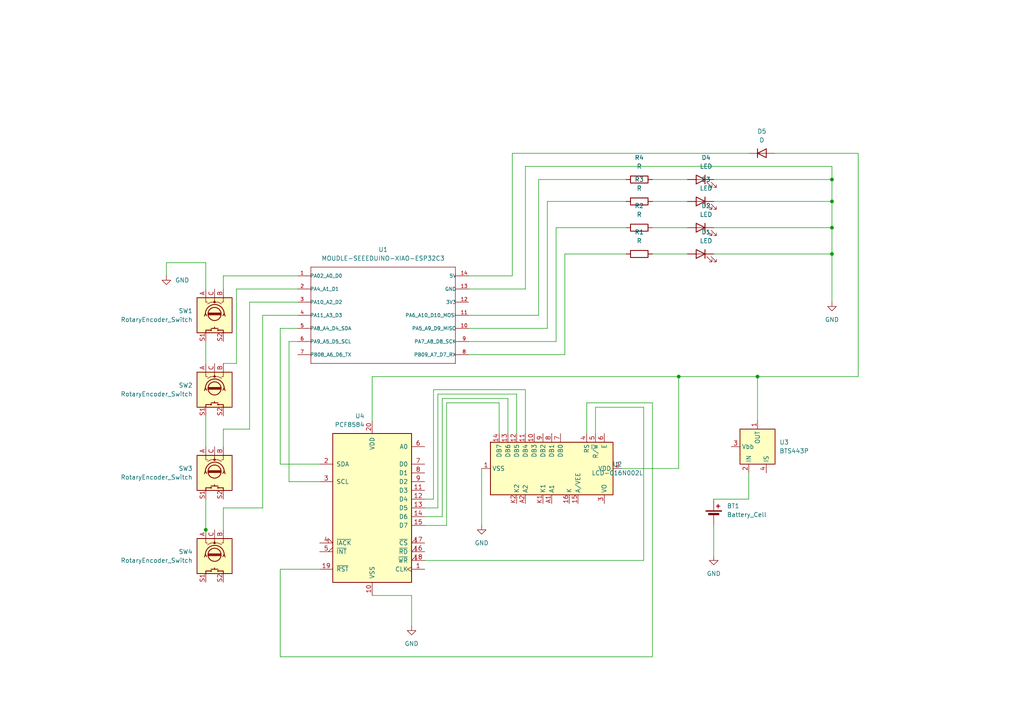
<source format=kicad_sch>
(kicad_sch
	(version 20231120)
	(generator "eeschema")
	(generator_version "8.0")
	(uuid "9f6e56a6-cef9-4bcd-a2f9-728c9cfee50d")
	(paper "A4")
	(lib_symbols
		(symbol "Device:Battery_Cell"
			(pin_numbers hide)
			(pin_names
				(offset 0) hide)
			(exclude_from_sim no)
			(in_bom yes)
			(on_board yes)
			(property "Reference" "BT"
				(at 2.54 2.54 0)
				(effects
					(font
						(size 1.27 1.27)
					)
					(justify left)
				)
			)
			(property "Value" "Battery_Cell"
				(at 2.54 0 0)
				(effects
					(font
						(size 1.27 1.27)
					)
					(justify left)
				)
			)
			(property "Footprint" ""
				(at 0 1.524 90)
				(effects
					(font
						(size 1.27 1.27)
					)
					(hide yes)
				)
			)
			(property "Datasheet" "~"
				(at 0 1.524 90)
				(effects
					(font
						(size 1.27 1.27)
					)
					(hide yes)
				)
			)
			(property "Description" "Single-cell battery"
				(at 0 0 0)
				(effects
					(font
						(size 1.27 1.27)
					)
					(hide yes)
				)
			)
			(property "ki_keywords" "battery cell"
				(at 0 0 0)
				(effects
					(font
						(size 1.27 1.27)
					)
					(hide yes)
				)
			)
			(symbol "Battery_Cell_0_1"
				(rectangle
					(start -2.286 1.778)
					(end 2.286 1.524)
					(stroke
						(width 0)
						(type default)
					)
					(fill
						(type outline)
					)
				)
				(rectangle
					(start -1.524 1.016)
					(end 1.524 0.508)
					(stroke
						(width 0)
						(type default)
					)
					(fill
						(type outline)
					)
				)
				(polyline
					(pts
						(xy 0 0.762) (xy 0 0)
					)
					(stroke
						(width 0)
						(type default)
					)
					(fill
						(type none)
					)
				)
				(polyline
					(pts
						(xy 0 1.778) (xy 0 2.54)
					)
					(stroke
						(width 0)
						(type default)
					)
					(fill
						(type none)
					)
				)
				(polyline
					(pts
						(xy 0.762 3.048) (xy 1.778 3.048)
					)
					(stroke
						(width 0.254)
						(type default)
					)
					(fill
						(type none)
					)
				)
				(polyline
					(pts
						(xy 1.27 3.556) (xy 1.27 2.54)
					)
					(stroke
						(width 0.254)
						(type default)
					)
					(fill
						(type none)
					)
				)
			)
			(symbol "Battery_Cell_1_1"
				(pin passive line
					(at 0 5.08 270)
					(length 2.54)
					(name "+"
						(effects
							(font
								(size 1.27 1.27)
							)
						)
					)
					(number "1"
						(effects
							(font
								(size 1.27 1.27)
							)
						)
					)
				)
				(pin passive line
					(at 0 -2.54 90)
					(length 2.54)
					(name "-"
						(effects
							(font
								(size 1.27 1.27)
							)
						)
					)
					(number "2"
						(effects
							(font
								(size 1.27 1.27)
							)
						)
					)
				)
			)
		)
		(symbol "Device:D"
			(pin_numbers hide)
			(pin_names
				(offset 1.016) hide)
			(exclude_from_sim no)
			(in_bom yes)
			(on_board yes)
			(property "Reference" "D"
				(at 0 2.54 0)
				(effects
					(font
						(size 1.27 1.27)
					)
				)
			)
			(property "Value" "D"
				(at 0 -2.54 0)
				(effects
					(font
						(size 1.27 1.27)
					)
				)
			)
			(property "Footprint" ""
				(at 0 0 0)
				(effects
					(font
						(size 1.27 1.27)
					)
					(hide yes)
				)
			)
			(property "Datasheet" "~"
				(at 0 0 0)
				(effects
					(font
						(size 1.27 1.27)
					)
					(hide yes)
				)
			)
			(property "Description" "Diode"
				(at 0 0 0)
				(effects
					(font
						(size 1.27 1.27)
					)
					(hide yes)
				)
			)
			(property "Sim.Device" "D"
				(at 0 0 0)
				(effects
					(font
						(size 1.27 1.27)
					)
					(hide yes)
				)
			)
			(property "Sim.Pins" "1=K 2=A"
				(at 0 0 0)
				(effects
					(font
						(size 1.27 1.27)
					)
					(hide yes)
				)
			)
			(property "ki_keywords" "diode"
				(at 0 0 0)
				(effects
					(font
						(size 1.27 1.27)
					)
					(hide yes)
				)
			)
			(property "ki_fp_filters" "TO-???* *_Diode_* *SingleDiode* D_*"
				(at 0 0 0)
				(effects
					(font
						(size 1.27 1.27)
					)
					(hide yes)
				)
			)
			(symbol "D_0_1"
				(polyline
					(pts
						(xy -1.27 1.27) (xy -1.27 -1.27)
					)
					(stroke
						(width 0.254)
						(type default)
					)
					(fill
						(type none)
					)
				)
				(polyline
					(pts
						(xy 1.27 0) (xy -1.27 0)
					)
					(stroke
						(width 0)
						(type default)
					)
					(fill
						(type none)
					)
				)
				(polyline
					(pts
						(xy 1.27 1.27) (xy 1.27 -1.27) (xy -1.27 0) (xy 1.27 1.27)
					)
					(stroke
						(width 0.254)
						(type default)
					)
					(fill
						(type none)
					)
				)
			)
			(symbol "D_1_1"
				(pin passive line
					(at -3.81 0 0)
					(length 2.54)
					(name "K"
						(effects
							(font
								(size 1.27 1.27)
							)
						)
					)
					(number "1"
						(effects
							(font
								(size 1.27 1.27)
							)
						)
					)
				)
				(pin passive line
					(at 3.81 0 180)
					(length 2.54)
					(name "A"
						(effects
							(font
								(size 1.27 1.27)
							)
						)
					)
					(number "2"
						(effects
							(font
								(size 1.27 1.27)
							)
						)
					)
				)
			)
		)
		(symbol "Device:LED"
			(pin_numbers hide)
			(pin_names
				(offset 1.016) hide)
			(exclude_from_sim no)
			(in_bom yes)
			(on_board yes)
			(property "Reference" "D"
				(at 0 2.54 0)
				(effects
					(font
						(size 1.27 1.27)
					)
				)
			)
			(property "Value" "LED"
				(at 0 -2.54 0)
				(effects
					(font
						(size 1.27 1.27)
					)
				)
			)
			(property "Footprint" ""
				(at 0 0 0)
				(effects
					(font
						(size 1.27 1.27)
					)
					(hide yes)
				)
			)
			(property "Datasheet" "~"
				(at 0 0 0)
				(effects
					(font
						(size 1.27 1.27)
					)
					(hide yes)
				)
			)
			(property "Description" "Light emitting diode"
				(at 0 0 0)
				(effects
					(font
						(size 1.27 1.27)
					)
					(hide yes)
				)
			)
			(property "ki_keywords" "LED diode"
				(at 0 0 0)
				(effects
					(font
						(size 1.27 1.27)
					)
					(hide yes)
				)
			)
			(property "ki_fp_filters" "LED* LED_SMD:* LED_THT:*"
				(at 0 0 0)
				(effects
					(font
						(size 1.27 1.27)
					)
					(hide yes)
				)
			)
			(symbol "LED_0_1"
				(polyline
					(pts
						(xy -1.27 -1.27) (xy -1.27 1.27)
					)
					(stroke
						(width 0.254)
						(type default)
					)
					(fill
						(type none)
					)
				)
				(polyline
					(pts
						(xy -1.27 0) (xy 1.27 0)
					)
					(stroke
						(width 0)
						(type default)
					)
					(fill
						(type none)
					)
				)
				(polyline
					(pts
						(xy 1.27 -1.27) (xy 1.27 1.27) (xy -1.27 0) (xy 1.27 -1.27)
					)
					(stroke
						(width 0.254)
						(type default)
					)
					(fill
						(type none)
					)
				)
				(polyline
					(pts
						(xy -3.048 -0.762) (xy -4.572 -2.286) (xy -3.81 -2.286) (xy -4.572 -2.286) (xy -4.572 -1.524)
					)
					(stroke
						(width 0)
						(type default)
					)
					(fill
						(type none)
					)
				)
				(polyline
					(pts
						(xy -1.778 -0.762) (xy -3.302 -2.286) (xy -2.54 -2.286) (xy -3.302 -2.286) (xy -3.302 -1.524)
					)
					(stroke
						(width 0)
						(type default)
					)
					(fill
						(type none)
					)
				)
			)
			(symbol "LED_1_1"
				(pin passive line
					(at -3.81 0 0)
					(length 2.54)
					(name "K"
						(effects
							(font
								(size 1.27 1.27)
							)
						)
					)
					(number "1"
						(effects
							(font
								(size 1.27 1.27)
							)
						)
					)
				)
				(pin passive line
					(at 3.81 0 180)
					(length 2.54)
					(name "A"
						(effects
							(font
								(size 1.27 1.27)
							)
						)
					)
					(number "2"
						(effects
							(font
								(size 1.27 1.27)
							)
						)
					)
				)
			)
		)
		(symbol "Device:R"
			(pin_numbers hide)
			(pin_names
				(offset 0)
			)
			(exclude_from_sim no)
			(in_bom yes)
			(on_board yes)
			(property "Reference" "R"
				(at 2.032 0 90)
				(effects
					(font
						(size 1.27 1.27)
					)
				)
			)
			(property "Value" "R"
				(at 0 0 90)
				(effects
					(font
						(size 1.27 1.27)
					)
				)
			)
			(property "Footprint" ""
				(at -1.778 0 90)
				(effects
					(font
						(size 1.27 1.27)
					)
					(hide yes)
				)
			)
			(property "Datasheet" "~"
				(at 0 0 0)
				(effects
					(font
						(size 1.27 1.27)
					)
					(hide yes)
				)
			)
			(property "Description" "Resistor"
				(at 0 0 0)
				(effects
					(font
						(size 1.27 1.27)
					)
					(hide yes)
				)
			)
			(property "ki_keywords" "R res resistor"
				(at 0 0 0)
				(effects
					(font
						(size 1.27 1.27)
					)
					(hide yes)
				)
			)
			(property "ki_fp_filters" "R_*"
				(at 0 0 0)
				(effects
					(font
						(size 1.27 1.27)
					)
					(hide yes)
				)
			)
			(symbol "R_0_1"
				(rectangle
					(start -1.016 -2.54)
					(end 1.016 2.54)
					(stroke
						(width 0.254)
						(type default)
					)
					(fill
						(type none)
					)
				)
			)
			(symbol "R_1_1"
				(pin passive line
					(at 0 3.81 270)
					(length 1.27)
					(name "~"
						(effects
							(font
								(size 1.27 1.27)
							)
						)
					)
					(number "1"
						(effects
							(font
								(size 1.27 1.27)
							)
						)
					)
				)
				(pin passive line
					(at 0 -3.81 90)
					(length 1.27)
					(name "~"
						(effects
							(font
								(size 1.27 1.27)
							)
						)
					)
					(number "2"
						(effects
							(font
								(size 1.27 1.27)
							)
						)
					)
				)
			)
		)
		(symbol "Device:RotaryEncoder_Switch"
			(pin_names
				(offset 0.254) hide)
			(exclude_from_sim no)
			(in_bom yes)
			(on_board yes)
			(property "Reference" "SW"
				(at 0 6.604 0)
				(effects
					(font
						(size 1.27 1.27)
					)
				)
			)
			(property "Value" "RotaryEncoder_Switch"
				(at 0 -6.604 0)
				(effects
					(font
						(size 1.27 1.27)
					)
				)
			)
			(property "Footprint" ""
				(at -3.81 4.064 0)
				(effects
					(font
						(size 1.27 1.27)
					)
					(hide yes)
				)
			)
			(property "Datasheet" "~"
				(at 0 6.604 0)
				(effects
					(font
						(size 1.27 1.27)
					)
					(hide yes)
				)
			)
			(property "Description" "Rotary encoder, dual channel, incremental quadrate outputs, with switch"
				(at 0 0 0)
				(effects
					(font
						(size 1.27 1.27)
					)
					(hide yes)
				)
			)
			(property "ki_keywords" "rotary switch encoder switch push button"
				(at 0 0 0)
				(effects
					(font
						(size 1.27 1.27)
					)
					(hide yes)
				)
			)
			(property "ki_fp_filters" "RotaryEncoder*Switch*"
				(at 0 0 0)
				(effects
					(font
						(size 1.27 1.27)
					)
					(hide yes)
				)
			)
			(symbol "RotaryEncoder_Switch_0_1"
				(rectangle
					(start -5.08 5.08)
					(end 5.08 -5.08)
					(stroke
						(width 0.254)
						(type default)
					)
					(fill
						(type background)
					)
				)
				(circle
					(center -3.81 0)
					(radius 0.254)
					(stroke
						(width 0)
						(type default)
					)
					(fill
						(type outline)
					)
				)
				(circle
					(center -0.381 0)
					(radius 1.905)
					(stroke
						(width 0.254)
						(type default)
					)
					(fill
						(type none)
					)
				)
				(arc
					(start -0.381 2.667)
					(mid -3.0988 -0.0635)
					(end -0.381 -2.794)
					(stroke
						(width 0.254)
						(type default)
					)
					(fill
						(type none)
					)
				)
				(polyline
					(pts
						(xy -0.635 -1.778) (xy -0.635 1.778)
					)
					(stroke
						(width 0.254)
						(type default)
					)
					(fill
						(type none)
					)
				)
				(polyline
					(pts
						(xy -0.381 -1.778) (xy -0.381 1.778)
					)
					(stroke
						(width 0.254)
						(type default)
					)
					(fill
						(type none)
					)
				)
				(polyline
					(pts
						(xy -0.127 1.778) (xy -0.127 -1.778)
					)
					(stroke
						(width 0.254)
						(type default)
					)
					(fill
						(type none)
					)
				)
				(polyline
					(pts
						(xy 3.81 0) (xy 3.429 0)
					)
					(stroke
						(width 0.254)
						(type default)
					)
					(fill
						(type none)
					)
				)
				(polyline
					(pts
						(xy 3.81 1.016) (xy 3.81 -1.016)
					)
					(stroke
						(width 0.254)
						(type default)
					)
					(fill
						(type none)
					)
				)
				(polyline
					(pts
						(xy -5.08 -2.54) (xy -3.81 -2.54) (xy -3.81 -2.032)
					)
					(stroke
						(width 0)
						(type default)
					)
					(fill
						(type none)
					)
				)
				(polyline
					(pts
						(xy -5.08 2.54) (xy -3.81 2.54) (xy -3.81 2.032)
					)
					(stroke
						(width 0)
						(type default)
					)
					(fill
						(type none)
					)
				)
				(polyline
					(pts
						(xy 0.254 -3.048) (xy -0.508 -2.794) (xy 0.127 -2.413)
					)
					(stroke
						(width 0.254)
						(type default)
					)
					(fill
						(type none)
					)
				)
				(polyline
					(pts
						(xy 0.254 2.921) (xy -0.508 2.667) (xy 0.127 2.286)
					)
					(stroke
						(width 0.254)
						(type default)
					)
					(fill
						(type none)
					)
				)
				(polyline
					(pts
						(xy 5.08 -2.54) (xy 4.318 -2.54) (xy 4.318 -1.016)
					)
					(stroke
						(width 0.254)
						(type default)
					)
					(fill
						(type none)
					)
				)
				(polyline
					(pts
						(xy 5.08 2.54) (xy 4.318 2.54) (xy 4.318 1.016)
					)
					(stroke
						(width 0.254)
						(type default)
					)
					(fill
						(type none)
					)
				)
				(polyline
					(pts
						(xy -5.08 0) (xy -3.81 0) (xy -3.81 -1.016) (xy -3.302 -2.032)
					)
					(stroke
						(width 0)
						(type default)
					)
					(fill
						(type none)
					)
				)
				(polyline
					(pts
						(xy -4.318 0) (xy -3.81 0) (xy -3.81 1.016) (xy -3.302 2.032)
					)
					(stroke
						(width 0)
						(type default)
					)
					(fill
						(type none)
					)
				)
				(circle
					(center 4.318 -1.016)
					(radius 0.127)
					(stroke
						(width 0.254)
						(type default)
					)
					(fill
						(type none)
					)
				)
				(circle
					(center 4.318 1.016)
					(radius 0.127)
					(stroke
						(width 0.254)
						(type default)
					)
					(fill
						(type none)
					)
				)
			)
			(symbol "RotaryEncoder_Switch_1_1"
				(pin passive line
					(at -7.62 2.54 0)
					(length 2.54)
					(name "A"
						(effects
							(font
								(size 1.27 1.27)
							)
						)
					)
					(number "A"
						(effects
							(font
								(size 1.27 1.27)
							)
						)
					)
				)
				(pin passive line
					(at -7.62 -2.54 0)
					(length 2.54)
					(name "B"
						(effects
							(font
								(size 1.27 1.27)
							)
						)
					)
					(number "B"
						(effects
							(font
								(size 1.27 1.27)
							)
						)
					)
				)
				(pin passive line
					(at -7.62 0 0)
					(length 2.54)
					(name "C"
						(effects
							(font
								(size 1.27 1.27)
							)
						)
					)
					(number "C"
						(effects
							(font
								(size 1.27 1.27)
							)
						)
					)
				)
				(pin passive line
					(at 7.62 2.54 180)
					(length 2.54)
					(name "S1"
						(effects
							(font
								(size 1.27 1.27)
							)
						)
					)
					(number "S1"
						(effects
							(font
								(size 1.27 1.27)
							)
						)
					)
				)
				(pin passive line
					(at 7.62 -2.54 180)
					(length 2.54)
					(name "S2"
						(effects
							(font
								(size 1.27 1.27)
							)
						)
					)
					(number "S2"
						(effects
							(font
								(size 1.27 1.27)
							)
						)
					)
				)
			)
		)
		(symbol "Display_Character:LCD-016N002L"
			(exclude_from_sim no)
			(in_bom yes)
			(on_board yes)
			(property "Reference" "U"
				(at -6.35 18.796 0)
				(effects
					(font
						(size 1.27 1.27)
					)
				)
			)
			(property "Value" "LCD-016N002L"
				(at 8.636 18.796 0)
				(effects
					(font
						(size 1.27 1.27)
					)
				)
			)
			(property "Footprint" "Display:LCD-016N002L"
				(at 0.508 -23.368 0)
				(effects
					(font
						(size 1.27 1.27)
					)
					(hide yes)
				)
			)
			(property "Datasheet" "http://www.vishay.com/docs/37299/37299.pdf"
				(at 12.7 -7.62 0)
				(effects
					(font
						(size 1.27 1.27)
					)
					(hide yes)
				)
			)
			(property "Description" "LCD 12x2, 8 bit parallel bus, 3V or 5V VDD"
				(at 0 0 0)
				(effects
					(font
						(size 1.27 1.27)
					)
					(hide yes)
				)
			)
			(property "ki_keywords" "display LCD dot-matrix"
				(at 0 0 0)
				(effects
					(font
						(size 1.27 1.27)
					)
					(hide yes)
				)
			)
			(property "ki_fp_filters" "*LCD*016N002L*"
				(at 0 0 0)
				(effects
					(font
						(size 1.27 1.27)
					)
					(hide yes)
				)
			)
			(symbol "LCD-016N002L_1_1"
				(rectangle
					(start -7.62 17.78)
					(end 7.62 -17.78)
					(stroke
						(width 0.254)
						(type default)
					)
					(fill
						(type background)
					)
				)
				(pin power_in line
					(at 0 -20.32 90)
					(length 2.54)
					(name "VSS"
						(effects
							(font
								(size 1.27 1.27)
							)
						)
					)
					(number "1"
						(effects
							(font
								(size 1.27 1.27)
							)
						)
					)
				)
				(pin bidirectional line
					(at -10.16 -5.08 0)
					(length 2.54)
					(name "DB3"
						(effects
							(font
								(size 1.27 1.27)
							)
						)
					)
					(number "10"
						(effects
							(font
								(size 1.27 1.27)
							)
						)
					)
				)
				(pin bidirectional line
					(at -10.16 -7.62 0)
					(length 2.54)
					(name "DB4"
						(effects
							(font
								(size 1.27 1.27)
							)
						)
					)
					(number "11"
						(effects
							(font
								(size 1.27 1.27)
							)
						)
					)
				)
				(pin bidirectional line
					(at -10.16 -10.16 0)
					(length 2.54)
					(name "DB5"
						(effects
							(font
								(size 1.27 1.27)
							)
						)
					)
					(number "12"
						(effects
							(font
								(size 1.27 1.27)
							)
						)
					)
				)
				(pin bidirectional line
					(at -10.16 -12.7 0)
					(length 2.54)
					(name "DB6"
						(effects
							(font
								(size 1.27 1.27)
							)
						)
					)
					(number "13"
						(effects
							(font
								(size 1.27 1.27)
							)
						)
					)
				)
				(pin bidirectional line
					(at -10.16 -15.24 0)
					(length 2.54)
					(name "DB7"
						(effects
							(font
								(size 1.27 1.27)
							)
						)
					)
					(number "14"
						(effects
							(font
								(size 1.27 1.27)
							)
						)
					)
				)
				(pin power_in line
					(at 10.16 7.62 180)
					(length 2.54)
					(name "A/VEE"
						(effects
							(font
								(size 1.27 1.27)
							)
						)
					)
					(number "15"
						(effects
							(font
								(size 1.27 1.27)
							)
						)
					)
				)
				(pin power_in line
					(at 10.16 5.08 180)
					(length 2.54)
					(name "K"
						(effects
							(font
								(size 1.27 1.27)
							)
						)
					)
					(number "16"
						(effects
							(font
								(size 1.27 1.27)
							)
						)
					)
				)
				(pin power_in line
					(at 0 20.32 270)
					(length 2.54)
					(name "VDD"
						(effects
							(font
								(size 1.27 1.27)
							)
						)
					)
					(number "2"
						(effects
							(font
								(size 1.27 1.27)
							)
						)
					)
				)
				(pin input line
					(at 10.16 15.24 180)
					(length 2.54)
					(name "VO"
						(effects
							(font
								(size 1.27 1.27)
							)
						)
					)
					(number "3"
						(effects
							(font
								(size 1.27 1.27)
							)
						)
					)
				)
				(pin input line
					(at -10.16 10.16 0)
					(length 2.54)
					(name "RS"
						(effects
							(font
								(size 1.27 1.27)
							)
						)
					)
					(number "4"
						(effects
							(font
								(size 1.27 1.27)
							)
						)
					)
				)
				(pin input line
					(at -10.16 12.7 0)
					(length 2.54)
					(name "R/~{W}"
						(effects
							(font
								(size 1.27 1.27)
							)
						)
					)
					(number "5"
						(effects
							(font
								(size 1.27 1.27)
							)
						)
					)
				)
				(pin input line
					(at -10.16 15.24 0)
					(length 2.54)
					(name "E"
						(effects
							(font
								(size 1.27 1.27)
							)
						)
					)
					(number "6"
						(effects
							(font
								(size 1.27 1.27)
							)
						)
					)
				)
				(pin bidirectional line
					(at -10.16 2.54 0)
					(length 2.54)
					(name "DB0"
						(effects
							(font
								(size 1.27 1.27)
							)
						)
					)
					(number "7"
						(effects
							(font
								(size 1.27 1.27)
							)
						)
					)
				)
				(pin bidirectional line
					(at -10.16 0 0)
					(length 2.54)
					(name "DB1"
						(effects
							(font
								(size 1.27 1.27)
							)
						)
					)
					(number "8"
						(effects
							(font
								(size 1.27 1.27)
							)
						)
					)
				)
				(pin bidirectional line
					(at -10.16 -2.54 0)
					(length 2.54)
					(name "DB2"
						(effects
							(font
								(size 1.27 1.27)
							)
						)
					)
					(number "9"
						(effects
							(font
								(size 1.27 1.27)
							)
						)
					)
				)
				(pin power_in line
					(at 10.16 0 180)
					(length 2.54)
					(name "A1"
						(effects
							(font
								(size 1.27 1.27)
							)
						)
					)
					(number "A1"
						(effects
							(font
								(size 1.27 1.27)
							)
						)
					)
				)
				(pin power_in line
					(at 10.16 -7.62 180)
					(length 2.54)
					(name "A2"
						(effects
							(font
								(size 1.27 1.27)
							)
						)
					)
					(number "A2"
						(effects
							(font
								(size 1.27 1.27)
							)
						)
					)
				)
				(pin power_in line
					(at 10.16 -2.54 180)
					(length 2.54)
					(name "K1"
						(effects
							(font
								(size 1.27 1.27)
							)
						)
					)
					(number "K1"
						(effects
							(font
								(size 1.27 1.27)
							)
						)
					)
				)
				(pin power_in line
					(at 10.16 -10.16 180)
					(length 2.54)
					(name "K2"
						(effects
							(font
								(size 1.27 1.27)
							)
						)
					)
					(number "K2"
						(effects
							(font
								(size 1.27 1.27)
							)
						)
					)
				)
			)
		)
		(symbol "Interface_Expansion:PCF8584"
			(pin_names
				(offset 1.016)
			)
			(exclude_from_sim no)
			(in_bom yes)
			(on_board yes)
			(property "Reference" "U"
				(at -11.43 22.86 0)
				(effects
					(font
						(size 1.27 1.27)
					)
					(justify left)
				)
			)
			(property "Value" "PCF8584"
				(at 3.81 22.86 0)
				(effects
					(font
						(size 1.27 1.27)
					)
					(justify left)
				)
			)
			(property "Footprint" ""
				(at 0 0 0)
				(effects
					(font
						(size 1.27 1.27)
					)
					(hide yes)
				)
			)
			(property "Datasheet" "http://www.nxp.com/docs/en/data-sheet/PCF8584.pdf"
				(at 0 0 0)
				(effects
					(font
						(size 1.27 1.27)
					)
					(hide yes)
				)
			)
			(property "Description" "I2C Bus Controller, DIP/SOIC-20"
				(at 0 0 0)
				(effects
					(font
						(size 1.27 1.27)
					)
					(hide yes)
				)
			)
			(property "ki_keywords" "I2C Bus"
				(at 0 0 0)
				(effects
					(font
						(size 1.27 1.27)
					)
					(hide yes)
				)
			)
			(property "ki_fp_filters" "DIP* PDIP* SO* SOIC*"
				(at 0 0 0)
				(effects
					(font
						(size 1.27 1.27)
					)
					(hide yes)
				)
			)
			(symbol "PCF8584_0_1"
				(rectangle
					(start -11.43 -21.59)
					(end 11.43 21.59)
					(stroke
						(width 0.254)
						(type default)
					)
					(fill
						(type background)
					)
				)
			)
			(symbol "PCF8584_1_1"
				(pin input clock
					(at -15.24 -17.78 0)
					(length 3.81)
					(name "CLK"
						(effects
							(font
								(size 1.27 1.27)
							)
						)
					)
					(number "1"
						(effects
							(font
								(size 1.27 1.27)
							)
						)
					)
				)
				(pin power_in line
					(at 0 -25.4 90)
					(length 3.81)
					(name "VSS"
						(effects
							(font
								(size 1.27 1.27)
							)
						)
					)
					(number "10"
						(effects
							(font
								(size 1.27 1.27)
							)
						)
					)
				)
				(pin tri_state line
					(at -15.24 5.08 0)
					(length 3.81)
					(name "D3"
						(effects
							(font
								(size 1.27 1.27)
							)
						)
					)
					(number "11"
						(effects
							(font
								(size 1.27 1.27)
							)
						)
					)
				)
				(pin tri_state line
					(at -15.24 2.54 0)
					(length 3.81)
					(name "D4"
						(effects
							(font
								(size 1.27 1.27)
							)
						)
					)
					(number "12"
						(effects
							(font
								(size 1.27 1.27)
							)
						)
					)
				)
				(pin tri_state line
					(at -15.24 0 0)
					(length 3.81)
					(name "D5"
						(effects
							(font
								(size 1.27 1.27)
							)
						)
					)
					(number "13"
						(effects
							(font
								(size 1.27 1.27)
							)
						)
					)
				)
				(pin tri_state line
					(at -15.24 -2.54 0)
					(length 3.81)
					(name "D6"
						(effects
							(font
								(size 1.27 1.27)
							)
						)
					)
					(number "14"
						(effects
							(font
								(size 1.27 1.27)
							)
						)
					)
				)
				(pin tri_state line
					(at -15.24 -5.08 0)
					(length 3.81)
					(name "D7"
						(effects
							(font
								(size 1.27 1.27)
							)
						)
					)
					(number "15"
						(effects
							(font
								(size 1.27 1.27)
							)
						)
					)
				)
				(pin passive input_low
					(at -15.24 -12.7 0)
					(length 3.81)
					(name "~{RD}"
						(effects
							(font
								(size 1.27 1.27)
							)
						)
					)
					(number "16"
						(effects
							(font
								(size 1.27 1.27)
							)
						)
					)
				)
				(pin input input_low
					(at -15.24 -10.16 0)
					(length 3.81)
					(name "~{CS}"
						(effects
							(font
								(size 1.27 1.27)
							)
						)
					)
					(number "17"
						(effects
							(font
								(size 1.27 1.27)
							)
						)
					)
				)
				(pin input input_low
					(at -15.24 -15.24 0)
					(length 3.81)
					(name "~{WR}"
						(effects
							(font
								(size 1.27 1.27)
							)
						)
					)
					(number "18"
						(effects
							(font
								(size 1.27 1.27)
							)
						)
					)
				)
				(pin bidirectional line
					(at 15.24 -17.78 180)
					(length 3.81)
					(name "~{RST}"
						(effects
							(font
								(size 1.27 1.27)
							)
						)
					)
					(number "19"
						(effects
							(font
								(size 1.27 1.27)
							)
						)
					)
				)
				(pin bidirectional line
					(at 15.24 12.7 180)
					(length 3.81)
					(name "SDA"
						(effects
							(font
								(size 1.27 1.27)
							)
						)
					)
					(number "2"
						(effects
							(font
								(size 1.27 1.27)
							)
						)
					)
				)
				(pin power_in line
					(at 0 25.4 270)
					(length 3.81)
					(name "VDD"
						(effects
							(font
								(size 1.27 1.27)
							)
						)
					)
					(number "20"
						(effects
							(font
								(size 1.27 1.27)
							)
						)
					)
				)
				(pin bidirectional line
					(at 15.24 7.62 180)
					(length 3.81)
					(name "SCL"
						(effects
							(font
								(size 1.27 1.27)
							)
						)
					)
					(number "3"
						(effects
							(font
								(size 1.27 1.27)
							)
						)
					)
				)
				(pin input input_low
					(at 15.24 -10.16 180)
					(length 3.81)
					(name "~{IACK}"
						(effects
							(font
								(size 1.27 1.27)
							)
						)
					)
					(number "4"
						(effects
							(font
								(size 1.27 1.27)
							)
						)
					)
				)
				(pin output output_low
					(at 15.24 -12.7 180)
					(length 3.81)
					(name "~{INT}"
						(effects
							(font
								(size 1.27 1.27)
							)
						)
					)
					(number "5"
						(effects
							(font
								(size 1.27 1.27)
							)
						)
					)
				)
				(pin input line
					(at -15.24 17.78 0)
					(length 3.81)
					(name "A0"
						(effects
							(font
								(size 1.27 1.27)
							)
						)
					)
					(number "6"
						(effects
							(font
								(size 1.27 1.27)
							)
						)
					)
				)
				(pin tri_state line
					(at -15.24 12.7 0)
					(length 3.81)
					(name "D0"
						(effects
							(font
								(size 1.27 1.27)
							)
						)
					)
					(number "7"
						(effects
							(font
								(size 1.27 1.27)
							)
						)
					)
				)
				(pin tri_state line
					(at -15.24 10.16 0)
					(length 3.81)
					(name "D1"
						(effects
							(font
								(size 1.27 1.27)
							)
						)
					)
					(number "8"
						(effects
							(font
								(size 1.27 1.27)
							)
						)
					)
				)
				(pin tri_state line
					(at -15.24 7.62 0)
					(length 3.81)
					(name "D2"
						(effects
							(font
								(size 1.27 1.27)
							)
						)
					)
					(number "9"
						(effects
							(font
								(size 1.27 1.27)
							)
						)
					)
				)
			)
		)
		(symbol "MOUDLE-SEEEDUINO-XIAO-ESP32C3:MOUDLE-SEEEDUINO-XIAO-ESP32C3"
			(pin_names
				(offset 1.016)
			)
			(exclude_from_sim no)
			(in_bom yes)
			(on_board yes)
			(property "Reference" "U"
				(at -21.59 15.24 0)
				(effects
					(font
						(size 1.27 1.27)
					)
					(justify left bottom)
				)
			)
			(property "Value" "MOUDLE-SEEEDUINO-XIAO-ESP32C3"
				(at -21.59 13.97 0)
				(effects
					(font
						(size 1.27 1.27)
					)
					(justify left bottom)
				)
			)
			(property "Footprint" "MOUDLE14P-SMD-2.54-21X17.8MM"
				(at 0 0 0)
				(effects
					(font
						(size 1.27 1.27)
					)
					(justify bottom)
					(hide yes)
				)
			)
			(property "Datasheet" ""
				(at 0 0 0)
				(effects
					(font
						(size 1.27 1.27)
					)
					(hide yes)
				)
			)
			(property "Description" ""
				(at 0 0 0)
				(effects
					(font
						(size 1.27 1.27)
					)
					(hide yes)
				)
			)
			(symbol "MOUDLE-SEEEDUINO-XIAO-ESP32C3_0_0"
				(polyline
					(pts
						(xy -21.59 -13.97) (xy -21.59 0)
					)
					(stroke
						(width 0.1524)
						(type default)
					)
					(fill
						(type none)
					)
				)
				(polyline
					(pts
						(xy -21.59 -11.43) (xy -22.86 -11.43)
					)
					(stroke
						(width 0.1524)
						(type default)
					)
					(fill
						(type none)
					)
				)
				(polyline
					(pts
						(xy -21.59 -7.62) (xy -22.86 -7.62)
					)
					(stroke
						(width 0.1524)
						(type default)
					)
					(fill
						(type none)
					)
				)
				(polyline
					(pts
						(xy -21.59 -3.81) (xy -22.86 -3.81)
					)
					(stroke
						(width 0.1524)
						(type default)
					)
					(fill
						(type none)
					)
				)
				(polyline
					(pts
						(xy -21.59 0) (xy -22.86 0)
					)
					(stroke
						(width 0.1524)
						(type default)
					)
					(fill
						(type none)
					)
				)
				(polyline
					(pts
						(xy -21.59 0) (xy -21.59 3.81)
					)
					(stroke
						(width 0.1524)
						(type default)
					)
					(fill
						(type none)
					)
				)
				(polyline
					(pts
						(xy -21.59 3.81) (xy -22.86 3.81)
					)
					(stroke
						(width 0.1524)
						(type default)
					)
					(fill
						(type none)
					)
				)
				(polyline
					(pts
						(xy -21.59 3.81) (xy -21.59 7.62)
					)
					(stroke
						(width 0.1524)
						(type default)
					)
					(fill
						(type none)
					)
				)
				(polyline
					(pts
						(xy -21.59 7.62) (xy -22.86 7.62)
					)
					(stroke
						(width 0.1524)
						(type default)
					)
					(fill
						(type none)
					)
				)
				(polyline
					(pts
						(xy -21.59 7.62) (xy -21.59 11.43)
					)
					(stroke
						(width 0.1524)
						(type default)
					)
					(fill
						(type none)
					)
				)
				(polyline
					(pts
						(xy -21.59 11.43) (xy -22.86 11.43)
					)
					(stroke
						(width 0.1524)
						(type default)
					)
					(fill
						(type none)
					)
				)
				(polyline
					(pts
						(xy -21.59 11.43) (xy -21.59 13.97)
					)
					(stroke
						(width 0.1524)
						(type default)
					)
					(fill
						(type none)
					)
				)
				(polyline
					(pts
						(xy -21.59 13.97) (xy 20.32 13.97)
					)
					(stroke
						(width 0.1524)
						(type default)
					)
					(fill
						(type none)
					)
				)
				(polyline
					(pts
						(xy 20.32 -13.97) (xy -21.59 -13.97)
					)
					(stroke
						(width 0.1524)
						(type default)
					)
					(fill
						(type none)
					)
				)
				(polyline
					(pts
						(xy 20.32 3.81) (xy 20.32 -13.97)
					)
					(stroke
						(width 0.1524)
						(type default)
					)
					(fill
						(type none)
					)
				)
				(polyline
					(pts
						(xy 20.32 7.62) (xy 20.32 3.81)
					)
					(stroke
						(width 0.1524)
						(type default)
					)
					(fill
						(type none)
					)
				)
				(polyline
					(pts
						(xy 20.32 11.43) (xy 20.32 7.62)
					)
					(stroke
						(width 0.1524)
						(type default)
					)
					(fill
						(type none)
					)
				)
				(polyline
					(pts
						(xy 20.32 13.97) (xy 20.32 11.43)
					)
					(stroke
						(width 0.1524)
						(type default)
					)
					(fill
						(type none)
					)
				)
				(polyline
					(pts
						(xy 21.59 -11.43) (xy 20.32 -11.43)
					)
					(stroke
						(width 0.1524)
						(type default)
					)
					(fill
						(type none)
					)
				)
				(polyline
					(pts
						(xy 21.59 -7.62) (xy 20.32 -7.62)
					)
					(stroke
						(width 0.1524)
						(type default)
					)
					(fill
						(type none)
					)
				)
				(polyline
					(pts
						(xy 21.59 -3.81) (xy 20.32 -3.81)
					)
					(stroke
						(width 0.1524)
						(type default)
					)
					(fill
						(type none)
					)
				)
				(polyline
					(pts
						(xy 21.59 0) (xy 20.32 0)
					)
					(stroke
						(width 0.1524)
						(type default)
					)
					(fill
						(type none)
					)
				)
				(polyline
					(pts
						(xy 21.59 3.81) (xy 20.32 3.81)
					)
					(stroke
						(width 0.1524)
						(type default)
					)
					(fill
						(type none)
					)
				)
				(polyline
					(pts
						(xy 21.59 7.62) (xy 20.32 7.62)
					)
					(stroke
						(width 0.1524)
						(type default)
					)
					(fill
						(type none)
					)
				)
				(polyline
					(pts
						(xy 21.59 11.43) (xy 20.32 11.43)
					)
					(stroke
						(width 0.1524)
						(type default)
					)
					(fill
						(type none)
					)
				)
				(pin bidirectional line
					(at -25.4 11.43 0)
					(length 2.54)
					(name "PA02_A0_D0"
						(effects
							(font
								(size 1.016 1.016)
							)
						)
					)
					(number "1"
						(effects
							(font
								(size 1.016 1.016)
							)
						)
					)
				)
				(pin bidirectional line
					(at 24.13 -3.81 180)
					(length 2.54)
					(name "PA5_A9_D9_MISO"
						(effects
							(font
								(size 1.016 1.016)
							)
						)
					)
					(number "10"
						(effects
							(font
								(size 1.016 1.016)
							)
						)
					)
				)
				(pin bidirectional line
					(at 24.13 0 180)
					(length 2.54)
					(name "PA6_A10_D10_MOSI"
						(effects
							(font
								(size 1.016 1.016)
							)
						)
					)
					(number "11"
						(effects
							(font
								(size 1.016 1.016)
							)
						)
					)
				)
				(pin bidirectional line
					(at 24.13 3.81 180)
					(length 2.54)
					(name "3V3"
						(effects
							(font
								(size 1.016 1.016)
							)
						)
					)
					(number "12"
						(effects
							(font
								(size 1.016 1.016)
							)
						)
					)
				)
				(pin bidirectional line
					(at 24.13 7.62 180)
					(length 2.54)
					(name "GND"
						(effects
							(font
								(size 1.016 1.016)
							)
						)
					)
					(number "13"
						(effects
							(font
								(size 1.016 1.016)
							)
						)
					)
				)
				(pin bidirectional line
					(at 24.13 11.43 180)
					(length 2.54)
					(name "5V"
						(effects
							(font
								(size 1.016 1.016)
							)
						)
					)
					(number "14"
						(effects
							(font
								(size 1.016 1.016)
							)
						)
					)
				)
				(pin bidirectional line
					(at -25.4 7.62 0)
					(length 2.54)
					(name "PA4_A1_D1"
						(effects
							(font
								(size 1.016 1.016)
							)
						)
					)
					(number "2"
						(effects
							(font
								(size 1.016 1.016)
							)
						)
					)
				)
				(pin bidirectional line
					(at -25.4 3.81 0)
					(length 2.54)
					(name "PA10_A2_D2"
						(effects
							(font
								(size 1.016 1.016)
							)
						)
					)
					(number "3"
						(effects
							(font
								(size 1.016 1.016)
							)
						)
					)
				)
				(pin bidirectional line
					(at -25.4 0 0)
					(length 2.54)
					(name "PA11_A3_D3"
						(effects
							(font
								(size 1.016 1.016)
							)
						)
					)
					(number "4"
						(effects
							(font
								(size 1.016 1.016)
							)
						)
					)
				)
				(pin bidirectional line
					(at -25.4 -3.81 0)
					(length 2.54)
					(name "PA8_A4_D4_SDA"
						(effects
							(font
								(size 1.016 1.016)
							)
						)
					)
					(number "5"
						(effects
							(font
								(size 1.016 1.016)
							)
						)
					)
				)
				(pin bidirectional line
					(at -25.4 -7.62 0)
					(length 2.54)
					(name "PA9_A5_D5_SCL"
						(effects
							(font
								(size 1.016 1.016)
							)
						)
					)
					(number "6"
						(effects
							(font
								(size 1.016 1.016)
							)
						)
					)
				)
				(pin bidirectional line
					(at -25.4 -11.43 0)
					(length 2.54)
					(name "PB08_A6_D6_TX"
						(effects
							(font
								(size 1.016 1.016)
							)
						)
					)
					(number "7"
						(effects
							(font
								(size 1.016 1.016)
							)
						)
					)
				)
				(pin bidirectional line
					(at 24.13 -11.43 180)
					(length 2.54)
					(name "PB09_A7_D7_RX"
						(effects
							(font
								(size 1.016 1.016)
							)
						)
					)
					(number "8"
						(effects
							(font
								(size 1.016 1.016)
							)
						)
					)
				)
				(pin bidirectional line
					(at 24.13 -7.62 180)
					(length 2.54)
					(name "PA7_A8_D8_SCK"
						(effects
							(font
								(size 1.016 1.016)
							)
						)
					)
					(number "9"
						(effects
							(font
								(size 1.016 1.016)
							)
						)
					)
				)
			)
		)
		(symbol "Power_Management:BTS443P"
			(exclude_from_sim no)
			(in_bom yes)
			(on_board yes)
			(property "Reference" "U"
				(at -5.08 6.35 0)
				(effects
					(font
						(size 1.27 1.27)
					)
				)
			)
			(property "Value" "BTS443P"
				(at 8.89 6.35 0)
				(effects
					(font
						(size 1.27 1.27)
					)
				)
			)
			(property "Footprint" "Package_TO_SOT_SMD:TO-252-4"
				(at 0 -6.35 0)
				(effects
					(font
						(size 1.27 1.27)
					)
					(hide yes)
				)
			)
			(property "Datasheet" "http://www.infineon.com/dgdl/Infineon-BTS443P-DS-v01_00-EN.pdf?fileId=5546d4625a888733015aa9afbc5035d5"
				(at 0 -10.16 0)
				(effects
					(font
						(size 1.27 1.27)
					)
					(hide yes)
				)
			)
			(property "Description" "Smart High-Side Power Switch, PROFET, Single, 16mOhm, 7.6A, 36V, TO252-5"
				(at 0 0 0)
				(effects
					(font
						(size 1.27 1.27)
					)
					(hide yes)
				)
			)
			(property "ki_keywords" "infineon power switch"
				(at 0 0 0)
				(effects
					(font
						(size 1.27 1.27)
					)
					(hide yes)
				)
			)
			(property "ki_fp_filters" "TO*252*"
				(at 0 0 0)
				(effects
					(font
						(size 1.27 1.27)
					)
					(hide yes)
				)
			)
			(symbol "BTS443P_0_1"
				(rectangle
					(start -5.08 5.08)
					(end 5.08 -5.08)
					(stroke
						(width 0.254)
						(type default)
					)
					(fill
						(type background)
					)
				)
			)
			(symbol "BTS443P_1_1"
				(pin power_out line
					(at 7.62 0 180)
					(length 2.54)
					(name "OUT"
						(effects
							(font
								(size 1.27 1.27)
							)
						)
					)
					(number "1"
						(effects
							(font
								(size 1.27 1.27)
							)
						)
					)
				)
				(pin input line
					(at -7.62 2.54 0)
					(length 2.54)
					(name "IN"
						(effects
							(font
								(size 1.27 1.27)
							)
						)
					)
					(number "2"
						(effects
							(font
								(size 1.27 1.27)
							)
						)
					)
				)
				(pin power_in line
					(at 0 7.62 270)
					(length 2.54)
					(name "Vbb"
						(effects
							(font
								(size 1.27 1.27)
							)
						)
					)
					(number "3"
						(effects
							(font
								(size 1.27 1.27)
							)
						)
					)
				)
				(pin output line
					(at -7.62 -2.54 0)
					(length 2.54)
					(name "IS"
						(effects
							(font
								(size 1.27 1.27)
							)
						)
					)
					(number "4"
						(effects
							(font
								(size 1.27 1.27)
							)
						)
					)
				)
				(pin passive line
					(at 7.62 0 180)
					(length 2.54) hide
					(name "OUT"
						(effects
							(font
								(size 1.27 1.27)
							)
						)
					)
					(number "5"
						(effects
							(font
								(size 1.27 1.27)
							)
						)
					)
				)
			)
		)
		(symbol "power:GND"
			(power)
			(pin_numbers hide)
			(pin_names
				(offset 0) hide)
			(exclude_from_sim no)
			(in_bom yes)
			(on_board yes)
			(property "Reference" "#PWR"
				(at 0 -6.35 0)
				(effects
					(font
						(size 1.27 1.27)
					)
					(hide yes)
				)
			)
			(property "Value" "GND"
				(at 0 -3.81 0)
				(effects
					(font
						(size 1.27 1.27)
					)
				)
			)
			(property "Footprint" ""
				(at 0 0 0)
				(effects
					(font
						(size 1.27 1.27)
					)
					(hide yes)
				)
			)
			(property "Datasheet" ""
				(at 0 0 0)
				(effects
					(font
						(size 1.27 1.27)
					)
					(hide yes)
				)
			)
			(property "Description" "Power symbol creates a global label with name \"GND\" , ground"
				(at 0 0 0)
				(effects
					(font
						(size 1.27 1.27)
					)
					(hide yes)
				)
			)
			(property "ki_keywords" "global power"
				(at 0 0 0)
				(effects
					(font
						(size 1.27 1.27)
					)
					(hide yes)
				)
			)
			(symbol "GND_0_1"
				(polyline
					(pts
						(xy 0 0) (xy 0 -1.27) (xy 1.27 -1.27) (xy 0 -2.54) (xy -1.27 -1.27) (xy 0 -1.27)
					)
					(stroke
						(width 0)
						(type default)
					)
					(fill
						(type none)
					)
				)
			)
			(symbol "GND_1_1"
				(pin power_in line
					(at 0 0 270)
					(length 0)
					(name "~"
						(effects
							(font
								(size 1.27 1.27)
							)
						)
					)
					(number "1"
						(effects
							(font
								(size 1.27 1.27)
							)
						)
					)
				)
			)
		)
	)
	(junction
		(at 241.3 73.66)
		(diameter 0)
		(color 0 0 0 0)
		(uuid "067dbe49-8a2a-4c41-81ae-1174597abfe4")
	)
	(junction
		(at 59.69 153.67)
		(diameter 0)
		(color 0 0 0 0)
		(uuid "36ad9d65-29c1-4057-8cbd-efaf6252dff3")
	)
	(junction
		(at 241.3 52.07)
		(diameter 0)
		(color 0 0 0 0)
		(uuid "5449ffa4-8c21-4935-ace9-5d7f3f60fa38")
	)
	(junction
		(at 241.3 58.42)
		(diameter 0)
		(color 0 0 0 0)
		(uuid "5ed4650a-c113-489b-b33c-3b4a915fe1b6")
	)
	(junction
		(at 219.71 109.22)
		(diameter 0)
		(color 0 0 0 0)
		(uuid "8be90a6c-fd2d-4502-b762-f034b2b855bf")
	)
	(junction
		(at 241.3 66.04)
		(diameter 0)
		(color 0 0 0 0)
		(uuid "a7779543-4ec5-4c66-81a4-c192420b9679")
	)
	(junction
		(at 196.85 109.22)
		(diameter 0)
		(color 0 0 0 0)
		(uuid "d3fc9d89-9cdb-4aea-baf1-d7cdd7bcd3f0")
	)
	(wire
		(pts
			(xy 148.59 44.45) (xy 217.17 44.45)
		)
		(stroke
			(width 0)
			(type default)
		)
		(uuid "01be72fc-5f7a-405e-a70e-a920a32d444d")
	)
	(wire
		(pts
			(xy 128.27 115.57) (xy 147.32 115.57)
		)
		(stroke
			(width 0)
			(type default)
		)
		(uuid "0411d272-241f-4d9f-8262-5ebb30704f87")
	)
	(wire
		(pts
			(xy 59.69 120.65) (xy 59.69 129.54)
		)
		(stroke
			(width 0)
			(type default)
		)
		(uuid "05aed12d-f695-4000-87a9-0c853351bc07")
	)
	(wire
		(pts
			(xy 135.89 80.01) (xy 148.59 80.01)
		)
		(stroke
			(width 0)
			(type default)
		)
		(uuid "0b4a18ff-358f-4e96-b812-6cb1ae745288")
	)
	(wire
		(pts
			(xy 48.26 76.2) (xy 48.26 80.01)
		)
		(stroke
			(width 0)
			(type default)
		)
		(uuid "0da88616-9d54-4ee0-b42d-b78b9994f9b7")
	)
	(wire
		(pts
			(xy 123.19 149.86) (xy 128.27 149.86)
		)
		(stroke
			(width 0)
			(type default)
		)
		(uuid "0e0f53fa-16ff-4c13-b2b0-875a869a09f3")
	)
	(wire
		(pts
			(xy 207.01 58.42) (xy 241.3 58.42)
		)
		(stroke
			(width 0)
			(type default)
		)
		(uuid "10ebeb44-cf8a-4f9b-a72a-453e64e931c4")
	)
	(wire
		(pts
			(xy 129.54 116.84) (xy 144.78 116.84)
		)
		(stroke
			(width 0)
			(type default)
		)
		(uuid "14f082b6-5cda-4a05-9e2e-47ee381dd8e6")
	)
	(wire
		(pts
			(xy 241.3 48.26) (xy 241.3 52.07)
		)
		(stroke
			(width 0)
			(type default)
		)
		(uuid "1a30126d-1aa8-4316-98d3-3b2cf481c8e8")
	)
	(wire
		(pts
			(xy 135.89 83.82) (xy 152.4 83.82)
		)
		(stroke
			(width 0)
			(type default)
		)
		(uuid "205df75b-bd3b-4d68-be49-ddaed560576f")
	)
	(wire
		(pts
			(xy 207.01 73.66) (xy 241.3 73.66)
		)
		(stroke
			(width 0)
			(type default)
		)
		(uuid "20f9f832-4e04-4393-9312-827aee6e3bf5")
	)
	(wire
		(pts
			(xy 107.95 121.92) (xy 107.95 109.22)
		)
		(stroke
			(width 0)
			(type default)
		)
		(uuid "2103fd31-0c59-41a7-84a1-b5a752314666")
	)
	(wire
		(pts
			(xy 119.38 172.72) (xy 119.38 181.61)
		)
		(stroke
			(width 0)
			(type default)
		)
		(uuid "2a879c3c-8a58-433f-81ac-611e520f38b8")
	)
	(wire
		(pts
			(xy 207.01 152.4) (xy 207.01 161.29)
		)
		(stroke
			(width 0)
			(type default)
		)
		(uuid "2b6264aa-860d-496c-849b-44613d999430")
	)
	(wire
		(pts
			(xy 186.69 162.56) (xy 186.69 118.11)
		)
		(stroke
			(width 0)
			(type default)
		)
		(uuid "2cb88503-209a-4be5-affb-1bf3166d6b83")
	)
	(wire
		(pts
			(xy 123.19 152.4) (xy 129.54 152.4)
		)
		(stroke
			(width 0)
			(type default)
		)
		(uuid "2cce4372-064a-49b4-9762-f39da61c8588")
	)
	(wire
		(pts
			(xy 76.2 91.44) (xy 86.36 91.44)
		)
		(stroke
			(width 0)
			(type default)
		)
		(uuid "306422e2-7833-4fdc-a78f-1c4d0779e200")
	)
	(wire
		(pts
			(xy 76.2 91.44) (xy 76.2 147.32)
		)
		(stroke
			(width 0)
			(type default)
		)
		(uuid "30af2e12-5af4-4bb6-9fba-ca3172658d60")
	)
	(wire
		(pts
			(xy 241.3 66.04) (xy 241.3 73.66)
		)
		(stroke
			(width 0)
			(type default)
		)
		(uuid "3354665b-58a6-45fd-94f3-bcaef57af907")
	)
	(wire
		(pts
			(xy 161.29 66.04) (xy 161.29 99.06)
		)
		(stroke
			(width 0)
			(type default)
		)
		(uuid "35e1d095-a675-4bdb-bac8-539f9f00e3d5")
	)
	(wire
		(pts
			(xy 152.4 83.82) (xy 152.4 48.26)
		)
		(stroke
			(width 0)
			(type default)
		)
		(uuid "36836dfe-7632-4f21-a14b-cc44fbf63b02")
	)
	(wire
		(pts
			(xy 217.17 137.16) (xy 217.17 144.78)
		)
		(stroke
			(width 0)
			(type default)
		)
		(uuid "3888f2f6-91d9-41a8-aec0-e9d9d1f89bde")
	)
	(wire
		(pts
			(xy 68.58 83.82) (xy 86.36 83.82)
		)
		(stroke
			(width 0)
			(type default)
		)
		(uuid "3aa556be-8fb9-441b-8dea-cd4f81f67576")
	)
	(wire
		(pts
			(xy 241.3 58.42) (xy 241.3 66.04)
		)
		(stroke
			(width 0)
			(type default)
		)
		(uuid "3ea6129b-0777-4887-979e-8afffa1e0f53")
	)
	(wire
		(pts
			(xy 129.54 152.4) (xy 129.54 116.84)
		)
		(stroke
			(width 0)
			(type default)
		)
		(uuid "40066a80-ec29-4703-8aed-52900bd73063")
	)
	(wire
		(pts
			(xy 161.29 66.04) (xy 181.61 66.04)
		)
		(stroke
			(width 0)
			(type default)
		)
		(uuid "429a854b-c538-47e0-a4ae-d6f856a95746")
	)
	(wire
		(pts
			(xy 241.3 73.66) (xy 241.3 87.63)
		)
		(stroke
			(width 0)
			(type default)
		)
		(uuid "4703b564-714a-4c50-b8ba-e5fedb02b5e3")
	)
	(wire
		(pts
			(xy 207.01 66.04) (xy 241.3 66.04)
		)
		(stroke
			(width 0)
			(type default)
		)
		(uuid "47a8d65d-e7c2-4ad6-a159-fc1e299005da")
	)
	(wire
		(pts
			(xy 180.34 135.89) (xy 196.85 135.89)
		)
		(stroke
			(width 0)
			(type default)
		)
		(uuid "4821383a-4a2f-4af9-8da2-c274f9a46aa4")
	)
	(wire
		(pts
			(xy 172.72 118.11) (xy 172.72 125.73)
		)
		(stroke
			(width 0)
			(type default)
		)
		(uuid "48a4c0ef-bfd1-4693-b4ea-165209f662d3")
	)
	(wire
		(pts
			(xy 149.86 114.3) (xy 149.86 125.73)
		)
		(stroke
			(width 0)
			(type default)
		)
		(uuid "48dd9a2d-6480-4c5e-be10-eddf8c05af35")
	)
	(wire
		(pts
			(xy 64.77 83.82) (xy 64.77 80.01)
		)
		(stroke
			(width 0)
			(type default)
		)
		(uuid "5297e7bb-acc4-4874-9e53-40ee7644b985")
	)
	(wire
		(pts
			(xy 207.01 52.07) (xy 241.3 52.07)
		)
		(stroke
			(width 0)
			(type default)
		)
		(uuid "5885e863-2ef8-4a05-90e2-130e1fea9efe")
	)
	(wire
		(pts
			(xy 81.28 134.62) (xy 92.71 134.62)
		)
		(stroke
			(width 0)
			(type default)
		)
		(uuid "59fc9913-ebc1-4489-a310-87d11a616ac8")
	)
	(wire
		(pts
			(xy 224.79 44.45) (xy 248.92 44.45)
		)
		(stroke
			(width 0)
			(type default)
		)
		(uuid "5a87430e-c3c3-45bb-ac9e-2a3e0d3be4fe")
	)
	(wire
		(pts
			(xy 123.19 147.32) (xy 127 147.32)
		)
		(stroke
			(width 0)
			(type default)
		)
		(uuid "5cb7f05f-e33e-4419-be73-03255d19cf9c")
	)
	(wire
		(pts
			(xy 86.36 99.06) (xy 83.82 99.06)
		)
		(stroke
			(width 0)
			(type default)
		)
		(uuid "5f8135ac-0d0c-43c4-8db8-6c0084dda0b6")
	)
	(wire
		(pts
			(xy 123.19 162.56) (xy 186.69 162.56)
		)
		(stroke
			(width 0)
			(type default)
		)
		(uuid "6f423e8e-28f3-4c36-9b6e-bcbf85f23e4c")
	)
	(wire
		(pts
			(xy 196.85 109.22) (xy 219.71 109.22)
		)
		(stroke
			(width 0)
			(type default)
		)
		(uuid "71ba1e93-b574-467e-b5f1-fa57d4b7dcc5")
	)
	(wire
		(pts
			(xy 189.23 52.07) (xy 199.39 52.07)
		)
		(stroke
			(width 0)
			(type default)
		)
		(uuid "728cbeff-fbcf-4216-9ff3-83f40541b38d")
	)
	(wire
		(pts
			(xy 92.71 165.1) (xy 81.28 165.1)
		)
		(stroke
			(width 0)
			(type default)
		)
		(uuid "72b3849b-581e-4fe8-b697-ea29ebe67e37")
	)
	(wire
		(pts
			(xy 189.23 190.5) (xy 189.23 116.84)
		)
		(stroke
			(width 0)
			(type default)
		)
		(uuid "75592765-2a97-4b4e-8ae7-e95dcb923e7a")
	)
	(wire
		(pts
			(xy 158.75 95.25) (xy 135.89 95.25)
		)
		(stroke
			(width 0)
			(type default)
		)
		(uuid "78535562-636e-4f87-bd3f-0bc1f2ca4e2f")
	)
	(wire
		(pts
			(xy 189.23 66.04) (xy 199.39 66.04)
		)
		(stroke
			(width 0)
			(type default)
		)
		(uuid "78b47193-5d9b-43a3-937f-37c1fddd08ae")
	)
	(wire
		(pts
			(xy 241.3 52.07) (xy 241.3 58.42)
		)
		(stroke
			(width 0)
			(type default)
		)
		(uuid "798c8bde-9cc8-44d8-a81a-bde9bb987042")
	)
	(wire
		(pts
			(xy 83.82 139.7) (xy 92.71 139.7)
		)
		(stroke
			(width 0)
			(type default)
		)
		(uuid "7b58214a-f2d2-4f90-adb3-331109313f41")
	)
	(wire
		(pts
			(xy 64.77 80.01) (xy 86.36 80.01)
		)
		(stroke
			(width 0)
			(type default)
		)
		(uuid "7e866c71-c4f6-46b4-a6e5-200bbe206607")
	)
	(wire
		(pts
			(xy 72.39 87.63) (xy 72.39 124.46)
		)
		(stroke
			(width 0)
			(type default)
		)
		(uuid "7fa1eb64-d7f4-47f7-bceb-c509987c7164")
	)
	(wire
		(pts
			(xy 248.92 109.22) (xy 219.71 109.22)
		)
		(stroke
			(width 0)
			(type default)
		)
		(uuid "837bc10e-3978-4461-a8eb-942fb71fd1f6")
	)
	(wire
		(pts
			(xy 189.23 116.84) (xy 170.18 116.84)
		)
		(stroke
			(width 0)
			(type default)
		)
		(uuid "89644086-4f84-40d0-bb16-736d8e213a8c")
	)
	(wire
		(pts
			(xy 163.83 73.66) (xy 163.83 102.87)
		)
		(stroke
			(width 0)
			(type default)
		)
		(uuid "8d762ea6-51d4-47a4-8f41-82f3c5d9f997")
	)
	(wire
		(pts
			(xy 152.4 113.03) (xy 152.4 125.73)
		)
		(stroke
			(width 0)
			(type default)
		)
		(uuid "8f38b251-ece6-44bb-adeb-1327bd7eac03")
	)
	(wire
		(pts
			(xy 147.32 115.57) (xy 147.32 125.73)
		)
		(stroke
			(width 0)
			(type default)
		)
		(uuid "8f51f588-17c7-47c1-abac-3221fa507442")
	)
	(wire
		(pts
			(xy 163.83 73.66) (xy 181.61 73.66)
		)
		(stroke
			(width 0)
			(type default)
		)
		(uuid "90945b58-17ad-40c7-8640-1c385dbbff7b")
	)
	(wire
		(pts
			(xy 186.69 118.11) (xy 172.72 118.11)
		)
		(stroke
			(width 0)
			(type default)
		)
		(uuid "90cffae6-a5aa-4c3b-a149-daccc0d92920")
	)
	(wire
		(pts
			(xy 125.73 113.03) (xy 152.4 113.03)
		)
		(stroke
			(width 0)
			(type default)
		)
		(uuid "90d16f6e-5ccb-4a3d-bfbf-5be693c59bda")
	)
	(wire
		(pts
			(xy 64.77 124.46) (xy 72.39 124.46)
		)
		(stroke
			(width 0)
			(type default)
		)
		(uuid "941b238b-7052-46ad-96d2-0ed4c48a1c66")
	)
	(wire
		(pts
			(xy 158.75 58.42) (xy 158.75 95.25)
		)
		(stroke
			(width 0)
			(type default)
		)
		(uuid "94b6ca2f-90ec-423e-9793-1fac208818a9")
	)
	(wire
		(pts
			(xy 81.28 95.25) (xy 81.28 134.62)
		)
		(stroke
			(width 0)
			(type default)
		)
		(uuid "95faad59-7f7e-4d1f-bd70-d365083c461a")
	)
	(wire
		(pts
			(xy 219.71 109.22) (xy 219.71 121.92)
		)
		(stroke
			(width 0)
			(type default)
		)
		(uuid "9789627e-8bed-42d0-b5e3-f05fc82474db")
	)
	(wire
		(pts
			(xy 72.39 87.63) (xy 86.36 87.63)
		)
		(stroke
			(width 0)
			(type default)
		)
		(uuid "98f0971f-f8ff-4d8c-857c-15f2460a5fd1")
	)
	(wire
		(pts
			(xy 139.7 152.4) (xy 139.7 135.89)
		)
		(stroke
			(width 0)
			(type default)
		)
		(uuid "9d7805f2-9857-453a-9c1a-b7e59c2305be")
	)
	(wire
		(pts
			(xy 64.77 147.32) (xy 76.2 147.32)
		)
		(stroke
			(width 0)
			(type default)
		)
		(uuid "9dd50df5-c449-44aa-b728-9de03b10258b")
	)
	(wire
		(pts
			(xy 161.29 99.06) (xy 135.89 99.06)
		)
		(stroke
			(width 0)
			(type default)
		)
		(uuid "a2bafed9-9fdb-4b8b-afd4-54503a5998db")
	)
	(wire
		(pts
			(xy 59.69 76.2) (xy 48.26 76.2)
		)
		(stroke
			(width 0)
			(type default)
		)
		(uuid "a2c25fc8-b7f0-4afd-8a98-f4ab793657ae")
	)
	(wire
		(pts
			(xy 248.92 44.45) (xy 248.92 109.22)
		)
		(stroke
			(width 0)
			(type default)
		)
		(uuid "a49bfe63-45d2-4771-b51a-22f0983a396d")
	)
	(wire
		(pts
			(xy 196.85 135.89) (xy 196.85 109.22)
		)
		(stroke
			(width 0)
			(type default)
		)
		(uuid "a57b5cce-b344-475b-b8e0-96ef220ad829")
	)
	(wire
		(pts
			(xy 189.23 58.42) (xy 199.39 58.42)
		)
		(stroke
			(width 0)
			(type default)
		)
		(uuid "a93f00a4-5cc7-4946-99bd-c05b2354ed6f")
	)
	(wire
		(pts
			(xy 158.75 58.42) (xy 181.61 58.42)
		)
		(stroke
			(width 0)
			(type default)
		)
		(uuid "aeaf0d5d-2a0a-4260-b430-16d2723b1a62")
	)
	(wire
		(pts
			(xy 83.82 99.06) (xy 83.82 139.7)
		)
		(stroke
			(width 0)
			(type default)
		)
		(uuid "af2fd37f-d368-48cb-918d-a97bb8475d8e")
	)
	(wire
		(pts
			(xy 68.58 83.82) (xy 68.58 105.41)
		)
		(stroke
			(width 0)
			(type default)
		)
		(uuid "b52414c9-1d5f-4875-83fd-1e42f66a8d28")
	)
	(wire
		(pts
			(xy 148.59 80.01) (xy 148.59 44.45)
		)
		(stroke
			(width 0)
			(type default)
		)
		(uuid "b580999d-351c-44c2-a257-1d783aaddfdf")
	)
	(wire
		(pts
			(xy 81.28 165.1) (xy 81.28 190.5)
		)
		(stroke
			(width 0)
			(type default)
		)
		(uuid "b701776b-ca88-44cb-8caf-00d706da14de")
	)
	(wire
		(pts
			(xy 144.78 116.84) (xy 144.78 125.73)
		)
		(stroke
			(width 0)
			(type default)
		)
		(uuid "bb4fb22b-09ef-4158-9297-de336494396f")
	)
	(wire
		(pts
			(xy 127 114.3) (xy 149.86 114.3)
		)
		(stroke
			(width 0)
			(type default)
		)
		(uuid "bb53dd64-f450-4636-888b-e524419dc480")
	)
	(wire
		(pts
			(xy 81.28 190.5) (xy 189.23 190.5)
		)
		(stroke
			(width 0)
			(type default)
		)
		(uuid "c04955b6-91a5-4bbe-af94-8518e3f9f2c8")
	)
	(wire
		(pts
			(xy 217.17 144.78) (xy 207.01 144.78)
		)
		(stroke
			(width 0)
			(type default)
		)
		(uuid "c1adf5b7-93fb-4b4e-ab4e-53db5e80973d")
	)
	(wire
		(pts
			(xy 123.19 144.78) (xy 125.73 144.78)
		)
		(stroke
			(width 0)
			(type default)
		)
		(uuid "c5037cd1-5359-4ec5-a74f-13c45b73dc14")
	)
	(wire
		(pts
			(xy 107.95 172.72) (xy 119.38 172.72)
		)
		(stroke
			(width 0)
			(type default)
		)
		(uuid "cb7fa39a-051f-43c8-ab63-906575f31a45")
	)
	(wire
		(pts
			(xy 170.18 116.84) (xy 170.18 125.73)
		)
		(stroke
			(width 0)
			(type default)
		)
		(uuid "cc15676d-8099-40d6-abcd-cf27e0e98825")
	)
	(wire
		(pts
			(xy 59.69 144.78) (xy 59.69 153.67)
		)
		(stroke
			(width 0)
			(type default)
		)
		(uuid "cc6faf8c-7265-49be-aa3c-06798c23c610")
	)
	(wire
		(pts
			(xy 107.95 109.22) (xy 196.85 109.22)
		)
		(stroke
			(width 0)
			(type default)
		)
		(uuid "cf1489c5-6307-4f4f-bf57-0ede9cabb995")
	)
	(wire
		(pts
			(xy 86.36 95.25) (xy 81.28 95.25)
		)
		(stroke
			(width 0)
			(type default)
		)
		(uuid "d0afc51f-5818-443b-a67b-0bb5341bb197")
	)
	(wire
		(pts
			(xy 189.23 73.66) (xy 199.39 73.66)
		)
		(stroke
			(width 0)
			(type default)
		)
		(uuid "d3232209-a796-4454-973b-e16689c91070")
	)
	(wire
		(pts
			(xy 64.77 153.67) (xy 64.77 147.32)
		)
		(stroke
			(width 0)
			(type default)
		)
		(uuid "d8b54493-3cba-4a5e-922d-86f29706d3fe")
	)
	(wire
		(pts
			(xy 128.27 149.86) (xy 128.27 115.57)
		)
		(stroke
			(width 0)
			(type default)
		)
		(uuid "e1807c98-ac14-40fa-9303-4184e1d37397")
	)
	(wire
		(pts
			(xy 156.21 52.07) (xy 181.61 52.07)
		)
		(stroke
			(width 0)
			(type default)
		)
		(uuid "e2fac043-9dbd-4ae1-951a-f2645162f3d6")
	)
	(wire
		(pts
			(xy 59.69 99.06) (xy 59.69 105.41)
		)
		(stroke
			(width 0)
			(type default)
		)
		(uuid "e385d85b-3018-4fa4-8295-6a7be5765ef3")
	)
	(wire
		(pts
			(xy 59.69 83.82) (xy 59.69 76.2)
		)
		(stroke
			(width 0)
			(type default)
		)
		(uuid "e575f4fa-09cd-434a-b1df-1f2c5f3d7255")
	)
	(wire
		(pts
			(xy 156.21 91.44) (xy 135.89 91.44)
		)
		(stroke
			(width 0)
			(type default)
		)
		(uuid "e694f196-5f02-4e78-b955-2f6be72f63fd")
	)
	(wire
		(pts
			(xy 64.77 129.54) (xy 64.77 124.46)
		)
		(stroke
			(width 0)
			(type default)
		)
		(uuid "e7b10c64-c879-4828-8b5a-9d2c347e7b16")
	)
	(wire
		(pts
			(xy 68.58 105.41) (xy 64.77 105.41)
		)
		(stroke
			(width 0)
			(type default)
		)
		(uuid "ea766ae9-1f48-46d5-b49e-9d69a18c070c")
	)
	(wire
		(pts
			(xy 156.21 52.07) (xy 156.21 91.44)
		)
		(stroke
			(width 0)
			(type default)
		)
		(uuid "eb97fb7a-477f-43d9-a3a2-09e69e3e499c")
	)
	(wire
		(pts
			(xy 59.69 153.67) (xy 59.69 154.94)
		)
		(stroke
			(width 0)
			(type default)
		)
		(uuid "f37f2e20-fd4b-42f3-b865-9f265e82f8bf")
	)
	(wire
		(pts
			(xy 127 147.32) (xy 127 114.3)
		)
		(stroke
			(width 0)
			(type default)
		)
		(uuid "f6acf56d-1146-47c3-8af7-4541b4a580ac")
	)
	(wire
		(pts
			(xy 152.4 48.26) (xy 241.3 48.26)
		)
		(stroke
			(width 0)
			(type default)
		)
		(uuid "f6ca54d2-4a58-45a7-94d3-c58fa25ed3fd")
	)
	(wire
		(pts
			(xy 125.73 144.78) (xy 125.73 113.03)
		)
		(stroke
			(width 0)
			(type default)
		)
		(uuid "f8fdf647-e9b6-4f40-959e-f0faeb15864a")
	)
	(wire
		(pts
			(xy 163.83 102.87) (xy 135.89 102.87)
		)
		(stroke
			(width 0)
			(type default)
		)
		(uuid "fdaa5f26-7791-436e-97b3-65be721e29f1")
	)
	(symbol
		(lib_id "Interface_Expansion:PCF8584")
		(at 107.95 147.32 0)
		(mirror y)
		(unit 1)
		(exclude_from_sim no)
		(in_bom yes)
		(on_board yes)
		(dnp no)
		(uuid "06bff6db-2084-432f-9758-4af5711b32a6")
		(property "Reference" "U4"
			(at 105.7559 120.65 0)
			(effects
				(font
					(size 1.27 1.27)
				)
				(justify left)
			)
		)
		(property "Value" "PCF8584"
			(at 105.7559 123.19 0)
			(effects
				(font
					(size 1.27 1.27)
				)
				(justify left)
			)
		)
		(property "Footprint" ""
			(at 107.95 147.32 0)
			(effects
				(font
					(size 1.27 1.27)
				)
				(hide yes)
			)
		)
		(property "Datasheet" "http://www.nxp.com/docs/en/data-sheet/PCF8584.pdf"
			(at 107.95 147.32 0)
			(effects
				(font
					(size 1.27 1.27)
				)
				(hide yes)
			)
		)
		(property "Description" "I2C Bus Controller, DIP/SOIC-20"
			(at 107.95 147.32 0)
			(effects
				(font
					(size 1.27 1.27)
				)
				(hide yes)
			)
		)
		(pin "19"
			(uuid "1d1ab77f-3273-4b51-a6cd-03edaedb60ce")
		)
		(pin "9"
			(uuid "edaafbd5-0e9b-4668-8aa8-f12e9e2feaf3")
		)
		(pin "4"
			(uuid "12095fdb-aa6d-46bf-a066-5b1b5b8b7584")
		)
		(pin "6"
			(uuid "fc0bf7f3-3a94-4156-b964-bb5fa5a29efc")
		)
		(pin "20"
			(uuid "51dc7185-599b-4897-8f66-38692e92543f")
		)
		(pin "3"
			(uuid "b5487573-c75a-4e06-9af0-0f3e9bef2ad6")
		)
		(pin "13"
			(uuid "c738b8c9-239f-4b0b-a41a-a27543ddbf1d")
		)
		(pin "15"
			(uuid "6f9c6fa9-98b6-4692-8e50-18f4e577b2fe")
		)
		(pin "1"
			(uuid "03799fc3-0aec-4d33-a281-984bedb01cc3")
		)
		(pin "11"
			(uuid "76970e80-7246-4e7c-9b09-c9c422cd48c5")
		)
		(pin "17"
			(uuid "595eebbe-770d-4a0d-8a57-7f39732b2cee")
		)
		(pin "14"
			(uuid "7916c9f5-cb03-408c-9d1f-e0ebe12c4097")
		)
		(pin "10"
			(uuid "e03615d8-fa96-4a27-9fd6-62dd75e11cdb")
		)
		(pin "18"
			(uuid "753ccc84-20b3-4e08-90c2-a8f7fe220634")
		)
		(pin "8"
			(uuid "7e6cb5da-7103-4d0c-92d2-9f1fb9a19199")
		)
		(pin "5"
			(uuid "a8bec3ad-1eeb-4ac6-897a-f50f69cc6ebf")
		)
		(pin "16"
			(uuid "1995c741-2a20-40d8-81d5-77e8472ed96d")
		)
		(pin "12"
			(uuid "6b86ad89-2ab6-498a-b9d1-d053f87c0b6b")
		)
		(pin "2"
			(uuid "1f3cc95a-7911-4453-9fa0-e7ae2803a6cf")
		)
		(pin "7"
			(uuid "66eb16c7-48aa-4280-a53e-b06c38a089d3")
		)
		(instances
			(project ""
				(path "/9f6e56a6-cef9-4bcd-a2f9-728c9cfee50d"
					(reference "U4")
					(unit 1)
				)
			)
		)
	)
	(symbol
		(lib_id "power:GND")
		(at 139.7 152.4 0)
		(unit 1)
		(exclude_from_sim no)
		(in_bom yes)
		(on_board yes)
		(dnp no)
		(fields_autoplaced yes)
		(uuid "076ed3df-1617-4901-b63a-818cbdf8107e")
		(property "Reference" "#PWR04"
			(at 139.7 158.75 0)
			(effects
				(font
					(size 1.27 1.27)
				)
				(hide yes)
			)
		)
		(property "Value" "GND"
			(at 139.7 157.48 0)
			(effects
				(font
					(size 1.27 1.27)
				)
			)
		)
		(property "Footprint" ""
			(at 139.7 152.4 0)
			(effects
				(font
					(size 1.27 1.27)
				)
				(hide yes)
			)
		)
		(property "Datasheet" ""
			(at 139.7 152.4 0)
			(effects
				(font
					(size 1.27 1.27)
				)
				(hide yes)
			)
		)
		(property "Description" "Power symbol creates a global label with name \"GND\" , ground"
			(at 139.7 152.4 0)
			(effects
				(font
					(size 1.27 1.27)
				)
				(hide yes)
			)
		)
		(pin "1"
			(uuid "07f11551-0215-4f79-9519-f7702a6aa3af")
		)
		(instances
			(project "Week5"
				(path "/9f6e56a6-cef9-4bcd-a2f9-728c9cfee50d"
					(reference "#PWR04")
					(unit 1)
				)
			)
		)
	)
	(symbol
		(lib_id "Device:R")
		(at 185.42 58.42 90)
		(unit 1)
		(exclude_from_sim no)
		(in_bom yes)
		(on_board yes)
		(dnp no)
		(uuid "1b7bbaf8-8cab-445e-87c6-339824e388c4")
		(property "Reference" "R3"
			(at 185.42 52.07 90)
			(effects
				(font
					(size 1.27 1.27)
				)
			)
		)
		(property "Value" "R"
			(at 185.42 54.61 90)
			(effects
				(font
					(size 1.27 1.27)
				)
			)
		)
		(property "Footprint" ""
			(at 185.42 60.198 90)
			(effects
				(font
					(size 1.27 1.27)
				)
				(hide yes)
			)
		)
		(property "Datasheet" "~"
			(at 185.42 58.42 0)
			(effects
				(font
					(size 1.27 1.27)
				)
				(hide yes)
			)
		)
		(property "Description" "Resistor"
			(at 185.42 58.42 0)
			(effects
				(font
					(size 1.27 1.27)
				)
				(hide yes)
			)
		)
		(pin "2"
			(uuid "e92466c5-f506-4a5d-88de-2dc87d8b03b8")
		)
		(pin "1"
			(uuid "ea1eda37-8c6f-4091-ae54-8d79eb803e41")
		)
		(instances
			(project "Week5"
				(path "/9f6e56a6-cef9-4bcd-a2f9-728c9cfee50d"
					(reference "R3")
					(unit 1)
				)
			)
		)
	)
	(symbol
		(lib_id "Device:RotaryEncoder_Switch")
		(at 62.23 137.16 90)
		(mirror x)
		(unit 1)
		(exclude_from_sim no)
		(in_bom yes)
		(on_board yes)
		(dnp no)
		(uuid "2ec30ff3-0bb2-4865-acbb-dd499ab66c4c")
		(property "Reference" "SW3"
			(at 55.88 135.8899 90)
			(effects
				(font
					(size 1.27 1.27)
				)
				(justify left)
			)
		)
		(property "Value" "RotaryEncoder_Switch"
			(at 55.88 138.4299 90)
			(effects
				(font
					(size 1.27 1.27)
				)
				(justify left)
			)
		)
		(property "Footprint" ""
			(at 58.166 133.35 0)
			(effects
				(font
					(size 1.27 1.27)
				)
				(hide yes)
			)
		)
		(property "Datasheet" "~"
			(at 55.626 137.16 0)
			(effects
				(font
					(size 1.27 1.27)
				)
				(hide yes)
			)
		)
		(property "Description" "Rotary encoder, dual channel, incremental quadrate outputs, with switch"
			(at 62.23 137.16 0)
			(effects
				(font
					(size 1.27 1.27)
				)
				(hide yes)
			)
		)
		(pin "S2"
			(uuid "58efb8b9-505a-4f27-86d5-44d20b04fd2f")
		)
		(pin "B"
			(uuid "667def21-d58b-478e-a663-eb8c6bdd901a")
		)
		(pin "A"
			(uuid "30fe4519-e1e9-47b6-bf29-e8b388b57f1a")
		)
		(pin "C"
			(uuid "69561f20-0bfd-4bdc-9d38-fec9a3d0e5ea")
		)
		(pin "S1"
			(uuid "3f87984a-a500-4c22-8f8a-1135be5c088c")
		)
		(instances
			(project "Week5"
				(path "/9f6e56a6-cef9-4bcd-a2f9-728c9cfee50d"
					(reference "SW3")
					(unit 1)
				)
			)
		)
	)
	(symbol
		(lib_id "Device:R")
		(at 185.42 66.04 90)
		(unit 1)
		(exclude_from_sim no)
		(in_bom yes)
		(on_board yes)
		(dnp no)
		(fields_autoplaced yes)
		(uuid "344089e5-ee76-4d4c-9c7b-ea196f618e5a")
		(property "Reference" "R2"
			(at 185.42 59.69 90)
			(effects
				(font
					(size 1.27 1.27)
				)
			)
		)
		(property "Value" "R"
			(at 185.42 62.23 90)
			(effects
				(font
					(size 1.27 1.27)
				)
			)
		)
		(property "Footprint" ""
			(at 185.42 67.818 90)
			(effects
				(font
					(size 1.27 1.27)
				)
				(hide yes)
			)
		)
		(property "Datasheet" "~"
			(at 185.42 66.04 0)
			(effects
				(font
					(size 1.27 1.27)
				)
				(hide yes)
			)
		)
		(property "Description" "Resistor"
			(at 185.42 66.04 0)
			(effects
				(font
					(size 1.27 1.27)
				)
				(hide yes)
			)
		)
		(pin "2"
			(uuid "f6d7ba25-8705-4a95-88b8-3f226dfd5445")
		)
		(pin "1"
			(uuid "f248ec02-8903-4fa4-9e4a-99497bb2d160")
		)
		(instances
			(project ""
				(path "/9f6e56a6-cef9-4bcd-a2f9-728c9cfee50d"
					(reference "R2")
					(unit 1)
				)
			)
		)
	)
	(symbol
		(lib_id "Device:RotaryEncoder_Switch")
		(at 62.23 113.03 90)
		(mirror x)
		(unit 1)
		(exclude_from_sim no)
		(in_bom yes)
		(on_board yes)
		(dnp no)
		(uuid "364705d6-6986-4ce1-a26c-945f0740a48d")
		(property "Reference" "SW2"
			(at 55.88 111.7599 90)
			(effects
				(font
					(size 1.27 1.27)
				)
				(justify left)
			)
		)
		(property "Value" "RotaryEncoder_Switch"
			(at 55.88 114.2999 90)
			(effects
				(font
					(size 1.27 1.27)
				)
				(justify left)
			)
		)
		(property "Footprint" ""
			(at 58.166 109.22 0)
			(effects
				(font
					(size 1.27 1.27)
				)
				(hide yes)
			)
		)
		(property "Datasheet" "~"
			(at 55.626 113.03 0)
			(effects
				(font
					(size 1.27 1.27)
				)
				(hide yes)
			)
		)
		(property "Description" "Rotary encoder, dual channel, incremental quadrate outputs, with switch"
			(at 62.23 113.03 0)
			(effects
				(font
					(size 1.27 1.27)
				)
				(hide yes)
			)
		)
		(pin "S2"
			(uuid "1cf0c521-0845-49da-b587-caedc576859f")
		)
		(pin "B"
			(uuid "f9025ed9-cc7e-4d25-b447-cd6c8e129bf3")
		)
		(pin "A"
			(uuid "50fedb5c-e1f9-4817-a836-3514cd30f123")
		)
		(pin "C"
			(uuid "40f0ed9d-68f5-46a9-ab4c-789a13120248")
		)
		(pin "S1"
			(uuid "060f9afc-ba7d-4fc8-92de-a9d3f6824f1d")
		)
		(instances
			(project "Week5"
				(path "/9f6e56a6-cef9-4bcd-a2f9-728c9cfee50d"
					(reference "SW2")
					(unit 1)
				)
			)
		)
	)
	(symbol
		(lib_id "power:GND")
		(at 119.38 181.61 0)
		(unit 1)
		(exclude_from_sim no)
		(in_bom yes)
		(on_board yes)
		(dnp no)
		(fields_autoplaced yes)
		(uuid "44e78ffd-5b3f-4143-88ac-9fd97213beec")
		(property "Reference" "#PWR03"
			(at 119.38 187.96 0)
			(effects
				(font
					(size 1.27 1.27)
				)
				(hide yes)
			)
		)
		(property "Value" "GND"
			(at 119.38 186.69 0)
			(effects
				(font
					(size 1.27 1.27)
				)
			)
		)
		(property "Footprint" ""
			(at 119.38 181.61 0)
			(effects
				(font
					(size 1.27 1.27)
				)
				(hide yes)
			)
		)
		(property "Datasheet" ""
			(at 119.38 181.61 0)
			(effects
				(font
					(size 1.27 1.27)
				)
				(hide yes)
			)
		)
		(property "Description" "Power symbol creates a global label with name \"GND\" , ground"
			(at 119.38 181.61 0)
			(effects
				(font
					(size 1.27 1.27)
				)
				(hide yes)
			)
		)
		(pin "1"
			(uuid "cd72f626-9ac4-4a69-8ee7-0b318462c8a6")
		)
		(instances
			(project ""
				(path "/9f6e56a6-cef9-4bcd-a2f9-728c9cfee50d"
					(reference "#PWR03")
					(unit 1)
				)
			)
		)
	)
	(symbol
		(lib_id "Device:RotaryEncoder_Switch")
		(at 62.23 91.44 90)
		(mirror x)
		(unit 1)
		(exclude_from_sim no)
		(in_bom yes)
		(on_board yes)
		(dnp no)
		(uuid "4f59a4cb-8fc5-4944-870c-e221b0e50536")
		(property "Reference" "SW1"
			(at 55.88 90.1699 90)
			(effects
				(font
					(size 1.27 1.27)
				)
				(justify left)
			)
		)
		(property "Value" "RotaryEncoder_Switch"
			(at 55.88 92.7099 90)
			(effects
				(font
					(size 1.27 1.27)
				)
				(justify left)
			)
		)
		(property "Footprint" ""
			(at 58.166 87.63 0)
			(effects
				(font
					(size 1.27 1.27)
				)
				(hide yes)
			)
		)
		(property "Datasheet" "~"
			(at 55.626 91.44 0)
			(effects
				(font
					(size 1.27 1.27)
				)
				(hide yes)
			)
		)
		(property "Description" "Rotary encoder, dual channel, incremental quadrate outputs, with switch"
			(at 62.23 91.44 0)
			(effects
				(font
					(size 1.27 1.27)
				)
				(hide yes)
			)
		)
		(pin "S2"
			(uuid "d43938ff-200b-46da-9612-a2ff59dc2f76")
		)
		(pin "B"
			(uuid "2ff9c3ae-e311-4670-8029-ebee3307d703")
		)
		(pin "A"
			(uuid "7cf8e97d-5970-4ae9-9cc6-3f000b9bed24")
		)
		(pin "C"
			(uuid "d5850af2-1888-4fc5-9b7c-efc6ca1f7a78")
		)
		(pin "S1"
			(uuid "97feddb4-088e-4eb2-8579-6da4b7a43edf")
		)
		(instances
			(project ""
				(path "/9f6e56a6-cef9-4bcd-a2f9-728c9cfee50d"
					(reference "SW1")
					(unit 1)
				)
			)
		)
	)
	(symbol
		(lib_id "MOUDLE-SEEEDUINO-XIAO-ESP32C3:MOUDLE-SEEEDUINO-XIAO-ESP32C3")
		(at 111.76 91.44 0)
		(unit 1)
		(exclude_from_sim no)
		(in_bom yes)
		(on_board yes)
		(dnp no)
		(uuid "589d3c06-75f3-44a5-9271-73f9b3f18f5d")
		(property "Reference" "U1"
			(at 111.125 72.39 0)
			(effects
				(font
					(size 1.27 1.27)
				)
			)
		)
		(property "Value" "MOUDLE-SEEEDUINO-XIAO-ESP32C3"
			(at 111.125 74.93 0)
			(effects
				(font
					(size 1.27 1.27)
				)
			)
		)
		(property "Footprint" "MOUDLE14P-SMD-2.54-21X17.8MM"
			(at 111.76 91.44 0)
			(effects
				(font
					(size 1.27 1.27)
				)
				(justify bottom)
				(hide yes)
			)
		)
		(property "Datasheet" ""
			(at 111.76 91.44 0)
			(effects
				(font
					(size 1.27 1.27)
				)
				(hide yes)
			)
		)
		(property "Description" ""
			(at 111.76 91.44 0)
			(effects
				(font
					(size 1.27 1.27)
				)
				(hide yes)
			)
		)
		(pin "8"
			(uuid "8ff8dea5-70b6-48e6-82a4-51ee0a3ba8a5")
		)
		(pin "2"
			(uuid "a5fcc1a2-b673-4d3e-830b-ab6900026354")
		)
		(pin "3"
			(uuid "b3d199fd-4b2a-4998-9305-d7437e7444ce")
		)
		(pin "4"
			(uuid "bb8343ea-ab1a-403f-8bde-d2d972efee98")
		)
		(pin "6"
			(uuid "ef34038e-5d37-415b-a532-dff9ff2b6ab9")
		)
		(pin "5"
			(uuid "f34beb89-057d-4c6d-a7fe-e88bcd6331ae")
		)
		(pin "9"
			(uuid "0eca743c-a10a-42f2-8e02-c9123020bf03")
		)
		(pin "12"
			(uuid "43c285d5-c7c0-4a3b-ab18-4115a0eb0741")
		)
		(pin "11"
			(uuid "a8e9863d-8f39-46c1-b68c-7358e7b2caea")
		)
		(pin "7"
			(uuid "76c25368-058d-4122-8a01-bf57375c1abb")
		)
		(pin "1"
			(uuid "ac9e4953-c8c6-4161-bba7-75ef2274d085")
		)
		(pin "14"
			(uuid "72b181dc-49ff-4e85-8ec3-6e1bb265bf7c")
		)
		(pin "10"
			(uuid "810e7562-5096-468b-9a51-7ce1e391051c")
		)
		(pin "13"
			(uuid "1ce4e20a-9f85-4eca-ab6a-fda5a46e651e")
		)
		(instances
			(project ""
				(path "/9f6e56a6-cef9-4bcd-a2f9-728c9cfee50d"
					(reference "U1")
					(unit 1)
				)
			)
		)
	)
	(symbol
		(lib_id "Device:R")
		(at 185.42 52.07 90)
		(unit 1)
		(exclude_from_sim no)
		(in_bom yes)
		(on_board yes)
		(dnp no)
		(fields_autoplaced yes)
		(uuid "7d5f3815-1deb-4647-bb13-b9a6b1d909a2")
		(property "Reference" "R4"
			(at 185.42 45.72 90)
			(effects
				(font
					(size 1.27 1.27)
				)
			)
		)
		(property "Value" "R"
			(at 185.42 48.26 90)
			(effects
				(font
					(size 1.27 1.27)
				)
			)
		)
		(property "Footprint" ""
			(at 185.42 53.848 90)
			(effects
				(font
					(size 1.27 1.27)
				)
				(hide yes)
			)
		)
		(property "Datasheet" "~"
			(at 185.42 52.07 0)
			(effects
				(font
					(size 1.27 1.27)
				)
				(hide yes)
			)
		)
		(property "Description" "Resistor"
			(at 185.42 52.07 0)
			(effects
				(font
					(size 1.27 1.27)
				)
				(hide yes)
			)
		)
		(pin "2"
			(uuid "bf4d9c18-cbdc-4799-8eaa-d61fa9bf1f28")
		)
		(pin "1"
			(uuid "cfbc31b4-745e-482b-b6b0-c1627dacbaaa")
		)
		(instances
			(project "Week5"
				(path "/9f6e56a6-cef9-4bcd-a2f9-728c9cfee50d"
					(reference "R4")
					(unit 1)
				)
			)
		)
	)
	(symbol
		(lib_id "Device:LED")
		(at 203.2 66.04 0)
		(mirror y)
		(unit 1)
		(exclude_from_sim no)
		(in_bom yes)
		(on_board yes)
		(dnp no)
		(uuid "86b0849e-d7ed-435f-abb0-a0adc030f9f2")
		(property "Reference" "D2"
			(at 204.7875 59.69 0)
			(effects
				(font
					(size 1.27 1.27)
				)
			)
		)
		(property "Value" "LED"
			(at 204.7875 62.23 0)
			(effects
				(font
					(size 1.27 1.27)
				)
			)
		)
		(property "Footprint" ""
			(at 203.2 66.04 0)
			(effects
				(font
					(size 1.27 1.27)
				)
				(hide yes)
			)
		)
		(property "Datasheet" "~"
			(at 203.2 66.04 0)
			(effects
				(font
					(size 1.27 1.27)
				)
				(hide yes)
			)
		)
		(property "Description" "Light emitting diode"
			(at 203.2 66.04 0)
			(effects
				(font
					(size 1.27 1.27)
				)
				(hide yes)
			)
		)
		(pin "2"
			(uuid "58374a51-32f8-4222-9488-6369fa4d9307")
		)
		(pin "1"
			(uuid "5775aa6b-8dfa-487a-ba71-b0188c940ee6")
		)
		(instances
			(project "Week5"
				(path "/9f6e56a6-cef9-4bcd-a2f9-728c9cfee50d"
					(reference "D2")
					(unit 1)
				)
			)
		)
	)
	(symbol
		(lib_id "Device:R")
		(at 185.42 73.66 90)
		(unit 1)
		(exclude_from_sim no)
		(in_bom yes)
		(on_board yes)
		(dnp no)
		(uuid "9a8d7da4-21ae-4535-9f94-f17996290470")
		(property "Reference" "R1"
			(at 185.42 67.31 90)
			(effects
				(font
					(size 1.27 1.27)
				)
			)
		)
		(property "Value" "R"
			(at 185.42 69.85 90)
			(effects
				(font
					(size 1.27 1.27)
				)
			)
		)
		(property "Footprint" ""
			(at 185.42 75.438 90)
			(effects
				(font
					(size 1.27 1.27)
				)
				(hide yes)
			)
		)
		(property "Datasheet" "~"
			(at 185.42 73.66 0)
			(effects
				(font
					(size 1.27 1.27)
				)
				(hide yes)
			)
		)
		(property "Description" "Resistor"
			(at 185.42 73.66 0)
			(effects
				(font
					(size 1.27 1.27)
				)
				(hide yes)
			)
		)
		(pin "2"
			(uuid "8140c3df-7e5a-4616-ab4f-847d07057585")
		)
		(pin "1"
			(uuid "795e444d-a392-4cd8-a812-ed49e6e50d88")
		)
		(instances
			(project ""
				(path "/9f6e56a6-cef9-4bcd-a2f9-728c9cfee50d"
					(reference "R1")
					(unit 1)
				)
			)
		)
	)
	(symbol
		(lib_id "Device:D")
		(at 220.98 44.45 0)
		(unit 1)
		(exclude_from_sim no)
		(in_bom yes)
		(on_board yes)
		(dnp no)
		(fields_autoplaced yes)
		(uuid "9d22ae7d-6edf-457f-aa6d-f2dd03c03e2e")
		(property "Reference" "D5"
			(at 220.98 38.1 0)
			(effects
				(font
					(size 1.27 1.27)
				)
			)
		)
		(property "Value" "D"
			(at 220.98 40.64 0)
			(effects
				(font
					(size 1.27 1.27)
				)
			)
		)
		(property "Footprint" ""
			(at 220.98 44.45 0)
			(effects
				(font
					(size 1.27 1.27)
				)
				(hide yes)
			)
		)
		(property "Datasheet" "~"
			(at 220.98 44.45 0)
			(effects
				(font
					(size 1.27 1.27)
				)
				(hide yes)
			)
		)
		(property "Description" "Diode"
			(at 220.98 44.45 0)
			(effects
				(font
					(size 1.27 1.27)
				)
				(hide yes)
			)
		)
		(property "Sim.Device" "D"
			(at 220.98 44.45 0)
			(effects
				(font
					(size 1.27 1.27)
				)
				(hide yes)
			)
		)
		(property "Sim.Pins" "1=K 2=A"
			(at 220.98 44.45 0)
			(effects
				(font
					(size 1.27 1.27)
				)
				(hide yes)
			)
		)
		(pin "1"
			(uuid "b1ca74dc-1693-4448-a047-a3b50459ea81")
		)
		(pin "2"
			(uuid "037c4b51-8dfd-4ee1-afe9-1fc40d07e133")
		)
		(instances
			(project ""
				(path "/9f6e56a6-cef9-4bcd-a2f9-728c9cfee50d"
					(reference "D5")
					(unit 1)
				)
			)
		)
	)
	(symbol
		(lib_id "Power_Management:BTS443P")
		(at 219.71 129.54 90)
		(unit 1)
		(exclude_from_sim no)
		(in_bom yes)
		(on_board yes)
		(dnp no)
		(fields_autoplaced yes)
		(uuid "a0390ca7-b714-450e-be13-3b9843cf342b")
		(property "Reference" "U3"
			(at 226.06 128.2699 90)
			(effects
				(font
					(size 1.27 1.27)
				)
				(justify right)
			)
		)
		(property "Value" "BTS443P"
			(at 226.06 130.8099 90)
			(effects
				(font
					(size 1.27 1.27)
				)
				(justify right)
			)
		)
		(property "Footprint" "Package_TO_SOT_SMD:TO-252-4"
			(at 226.06 129.54 0)
			(effects
				(font
					(size 1.27 1.27)
				)
				(hide yes)
			)
		)
		(property "Datasheet" "http://www.infineon.com/dgdl/Infineon-BTS443P-DS-v01_00-EN.pdf?fileId=5546d4625a888733015aa9afbc5035d5"
			(at 229.87 129.54 0)
			(effects
				(font
					(size 1.27 1.27)
				)
				(hide yes)
			)
		)
		(property "Description" "Smart High-Side Power Switch, PROFET, Single, 16mOhm, 7.6A, 36V, TO252-5"
			(at 219.71 129.54 0)
			(effects
				(font
					(size 1.27 1.27)
				)
				(hide yes)
			)
		)
		(pin "3"
			(uuid "265b02d5-f3cd-42c8-8386-fd4e798a5176")
		)
		(pin "2"
			(uuid "cb0602df-fe3d-4e4c-9ff2-438392026605")
		)
		(pin "1"
			(uuid "5817bf96-f271-4ba1-9abd-22f724afe1c8")
		)
		(pin "4"
			(uuid "d4556cef-5111-4eef-9a2d-7a0de6246c43")
		)
		(pin "5"
			(uuid "21337a1d-8eda-4f61-b79f-db54adae5a37")
		)
		(instances
			(project ""
				(path "/9f6e56a6-cef9-4bcd-a2f9-728c9cfee50d"
					(reference "U3")
					(unit 1)
				)
			)
		)
	)
	(symbol
		(lib_id "power:GND")
		(at 207.01 161.29 0)
		(unit 1)
		(exclude_from_sim no)
		(in_bom yes)
		(on_board yes)
		(dnp no)
		(fields_autoplaced yes)
		(uuid "a258b9e2-bdd9-4b44-b5f7-427545b26509")
		(property "Reference" "#PWR02"
			(at 207.01 167.64 0)
			(effects
				(font
					(size 1.27 1.27)
				)
				(hide yes)
			)
		)
		(property "Value" "GND"
			(at 207.01 166.37 0)
			(effects
				(font
					(size 1.27 1.27)
				)
			)
		)
		(property "Footprint" ""
			(at 207.01 161.29 0)
			(effects
				(font
					(size 1.27 1.27)
				)
				(hide yes)
			)
		)
		(property "Datasheet" ""
			(at 207.01 161.29 0)
			(effects
				(font
					(size 1.27 1.27)
				)
				(hide yes)
			)
		)
		(property "Description" "Power symbol creates a global label with name \"GND\" , ground"
			(at 207.01 161.29 0)
			(effects
				(font
					(size 1.27 1.27)
				)
				(hide yes)
			)
		)
		(pin "1"
			(uuid "0a95734d-c676-4471-afdd-918f463b290d")
		)
		(instances
			(project ""
				(path "/9f6e56a6-cef9-4bcd-a2f9-728c9cfee50d"
					(reference "#PWR02")
					(unit 1)
				)
			)
		)
	)
	(symbol
		(lib_id "Device:LED")
		(at 203.2 58.42 0)
		(mirror y)
		(unit 1)
		(exclude_from_sim no)
		(in_bom yes)
		(on_board yes)
		(dnp no)
		(uuid "b1313661-4557-4cd8-b7f0-4c3f24c88e7b")
		(property "Reference" "D3"
			(at 204.7875 52.07 0)
			(effects
				(font
					(size 1.27 1.27)
				)
			)
		)
		(property "Value" "LED"
			(at 204.7875 54.61 0)
			(effects
				(font
					(size 1.27 1.27)
				)
			)
		)
		(property "Footprint" ""
			(at 203.2 58.42 0)
			(effects
				(font
					(size 1.27 1.27)
				)
				(hide yes)
			)
		)
		(property "Datasheet" "~"
			(at 203.2 58.42 0)
			(effects
				(font
					(size 1.27 1.27)
				)
				(hide yes)
			)
		)
		(property "Description" "Light emitting diode"
			(at 203.2 58.42 0)
			(effects
				(font
					(size 1.27 1.27)
				)
				(hide yes)
			)
		)
		(pin "2"
			(uuid "ac473f27-4720-4797-a46e-5615b6c0fabb")
		)
		(pin "1"
			(uuid "63b5458e-73e1-4a4b-a8cf-0bc2fa41d732")
		)
		(instances
			(project "Week5"
				(path "/9f6e56a6-cef9-4bcd-a2f9-728c9cfee50d"
					(reference "D3")
					(unit 1)
				)
			)
		)
	)
	(symbol
		(lib_id "Device:LED")
		(at 203.2 73.66 0)
		(mirror y)
		(unit 1)
		(exclude_from_sim no)
		(in_bom yes)
		(on_board yes)
		(dnp no)
		(uuid "b3b4bac4-aebc-472e-9a8c-3e385a6ac893")
		(property "Reference" "D1"
			(at 204.7875 67.31 0)
			(effects
				(font
					(size 1.27 1.27)
				)
			)
		)
		(property "Value" "LED"
			(at 204.7875 69.85 0)
			(effects
				(font
					(size 1.27 1.27)
				)
			)
		)
		(property "Footprint" ""
			(at 203.2 73.66 0)
			(effects
				(font
					(size 1.27 1.27)
				)
				(hide yes)
			)
		)
		(property "Datasheet" "~"
			(at 203.2 73.66 0)
			(effects
				(font
					(size 1.27 1.27)
				)
				(hide yes)
			)
		)
		(property "Description" "Light emitting diode"
			(at 203.2 73.66 0)
			(effects
				(font
					(size 1.27 1.27)
				)
				(hide yes)
			)
		)
		(pin "2"
			(uuid "810f0fbc-a308-4219-b709-4194447b66cb")
		)
		(pin "1"
			(uuid "648d47f3-3698-4b2b-8fe9-c3f48bb735c1")
		)
		(instances
			(project ""
				(path "/9f6e56a6-cef9-4bcd-a2f9-728c9cfee50d"
					(reference "D1")
					(unit 1)
				)
			)
		)
	)
	(symbol
		(lib_id "Device:LED")
		(at 203.2 52.07 0)
		(mirror y)
		(unit 1)
		(exclude_from_sim no)
		(in_bom yes)
		(on_board yes)
		(dnp no)
		(uuid "c3c80956-1eab-4d8b-9e3f-30d2e2e43f86")
		(property "Reference" "D4"
			(at 204.7875 45.72 0)
			(effects
				(font
					(size 1.27 1.27)
				)
			)
		)
		(property "Value" "LED"
			(at 204.7875 48.26 0)
			(effects
				(font
					(size 1.27 1.27)
				)
			)
		)
		(property "Footprint" ""
			(at 203.2 52.07 0)
			(effects
				(font
					(size 1.27 1.27)
				)
				(hide yes)
			)
		)
		(property "Datasheet" "~"
			(at 203.2 52.07 0)
			(effects
				(font
					(size 1.27 1.27)
				)
				(hide yes)
			)
		)
		(property "Description" "Light emitting diode"
			(at 203.2 52.07 0)
			(effects
				(font
					(size 1.27 1.27)
				)
				(hide yes)
			)
		)
		(pin "2"
			(uuid "2ebed29b-2717-4a6c-addf-1375a8d6efdb")
		)
		(pin "1"
			(uuid "0d2b4a45-1c82-4c4c-840a-9ed2a7c4ea59")
		)
		(instances
			(project "Week5"
				(path "/9f6e56a6-cef9-4bcd-a2f9-728c9cfee50d"
					(reference "D4")
					(unit 1)
				)
			)
		)
	)
	(symbol
		(lib_id "Device:RotaryEncoder_Switch")
		(at 62.23 161.29 90)
		(mirror x)
		(unit 1)
		(exclude_from_sim no)
		(in_bom yes)
		(on_board yes)
		(dnp no)
		(uuid "dfb4dcf6-8483-4880-a16d-741c619c7fb6")
		(property "Reference" "SW4"
			(at 55.88 160.0199 90)
			(effects
				(font
					(size 1.27 1.27)
				)
				(justify left)
			)
		)
		(property "Value" "RotaryEncoder_Switch"
			(at 55.88 162.5599 90)
			(effects
				(font
					(size 1.27 1.27)
				)
				(justify left)
			)
		)
		(property "Footprint" ""
			(at 58.166 157.48 0)
			(effects
				(font
					(size 1.27 1.27)
				)
				(hide yes)
			)
		)
		(property "Datasheet" "~"
			(at 55.626 161.29 0)
			(effects
				(font
					(size 1.27 1.27)
				)
				(hide yes)
			)
		)
		(property "Description" "Rotary encoder, dual channel, incremental quadrate outputs, with switch"
			(at 62.23 161.29 0)
			(effects
				(font
					(size 1.27 1.27)
				)
				(hide yes)
			)
		)
		(pin "S2"
			(uuid "a1c8645c-42f7-4525-a978-3ce95e336fa9")
		)
		(pin "B"
			(uuid "464fe11d-624d-4c0d-b15b-9a1b15310b9c")
		)
		(pin "A"
			(uuid "f117e688-5293-4afe-8de9-49aee10f42fd")
		)
		(pin "C"
			(uuid "f5f9e976-c451-4db9-b45c-453f25726909")
		)
		(pin "S1"
			(uuid "0e4e86c3-15d7-43a7-9ce1-fdb4904d1977")
		)
		(instances
			(project "Week5"
				(path "/9f6e56a6-cef9-4bcd-a2f9-728c9cfee50d"
					(reference "SW4")
					(unit 1)
				)
			)
		)
	)
	(symbol
		(lib_id "Display_Character:LCD-016N002L")
		(at 160.02 135.89 270)
		(unit 1)
		(exclude_from_sim no)
		(in_bom yes)
		(on_board yes)
		(dnp no)
		(uuid "dfc49213-e816-45bd-8654-630470b77a84")
		(property "Reference" "U2"
			(at 179.07 134.6514 90)
			(effects
				(font
					(size 1.27 1.27)
				)
			)
		)
		(property "Value" "LCD-016N002L"
			(at 179.07 137.1914 90)
			(effects
				(font
					(size 1.27 1.27)
				)
			)
		)
		(property "Footprint" "Display:LCD-016N002L"
			(at 136.652 136.398 0)
			(effects
				(font
					(size 1.27 1.27)
				)
				(hide yes)
			)
		)
		(property "Datasheet" "http://www.vishay.com/docs/37299/37299.pdf"
			(at 152.4 148.59 0)
			(effects
				(font
					(size 1.27 1.27)
				)
				(hide yes)
			)
		)
		(property "Description" "LCD 12x2, 8 bit parallel bus, 3V or 5V VDD"
			(at 160.02 135.89 0)
			(effects
				(font
					(size 1.27 1.27)
				)
				(hide yes)
			)
		)
		(pin "12"
			(uuid "a00695dc-d250-40a9-829e-b59b37f2f96e")
		)
		(pin "8"
			(uuid "0afece9f-7d79-4542-8351-835fa0ebe438")
		)
		(pin "15"
			(uuid "dfcc7eee-0cac-42a6-922f-39e59a095f42")
		)
		(pin "1"
			(uuid "3b046e18-890e-4db2-8536-aecdaba617e7")
		)
		(pin "13"
			(uuid "5b890178-d0dc-4d58-9e23-b45cd31bdac9")
		)
		(pin "6"
			(uuid "72a0303f-ff3c-4c18-977a-7585404f661d")
		)
		(pin "16"
			(uuid "c196e440-a43b-4fd9-984f-0afd11991ae6")
		)
		(pin "5"
			(uuid "2c4bd737-9cc9-48db-b676-829a2b08aecd")
		)
		(pin "4"
			(uuid "64ac5af8-b7dc-4b3d-a7ae-45c206d594b0")
		)
		(pin "A1"
			(uuid "5fbfd8e8-8b97-46dd-989c-96a193c8a887")
		)
		(pin "9"
			(uuid "451bb9d1-c1c6-44a0-8d05-4e1e502c7cd6")
		)
		(pin "7"
			(uuid "f05fbc7c-4ef8-4d7d-8acc-866e1735fda2")
		)
		(pin "K2"
			(uuid "5b33e317-46e5-4810-ada8-97b211ff82b0")
		)
		(pin "10"
			(uuid "bdcc6960-8974-42e5-9996-dc0f7b531575")
		)
		(pin "14"
			(uuid "cccb0a6e-6c75-407e-aba5-232eada914f8")
		)
		(pin "K1"
			(uuid "1f44a06a-1831-4953-ab3f-b005d7ce0b73")
		)
		(pin "11"
			(uuid "e8776c69-e453-43c5-a5b7-d1d82e3ae09d")
		)
		(pin "2"
			(uuid "0d014cec-2ce2-49cf-9b14-c9c8576ec793")
		)
		(pin "A2"
			(uuid "c2fba820-56e6-45fd-97b0-647a9aaaafbc")
		)
		(pin "3"
			(uuid "1cdd457d-8dd7-46c9-afff-0bd150be1155")
		)
		(instances
			(project ""
				(path "/9f6e56a6-cef9-4bcd-a2f9-728c9cfee50d"
					(reference "U2")
					(unit 1)
				)
			)
		)
	)
	(symbol
		(lib_id "power:GND")
		(at 241.3 87.63 0)
		(unit 1)
		(exclude_from_sim no)
		(in_bom yes)
		(on_board yes)
		(dnp no)
		(fields_autoplaced yes)
		(uuid "e7311748-77a7-4903-8cce-dda58e928c8a")
		(property "Reference" "#PWR05"
			(at 241.3 93.98 0)
			(effects
				(font
					(size 1.27 1.27)
				)
				(hide yes)
			)
		)
		(property "Value" "GND"
			(at 241.3 92.71 0)
			(effects
				(font
					(size 1.27 1.27)
				)
			)
		)
		(property "Footprint" ""
			(at 241.3 87.63 0)
			(effects
				(font
					(size 1.27 1.27)
				)
				(hide yes)
			)
		)
		(property "Datasheet" ""
			(at 241.3 87.63 0)
			(effects
				(font
					(size 1.27 1.27)
				)
				(hide yes)
			)
		)
		(property "Description" "Power symbol creates a global label with name \"GND\" , ground"
			(at 241.3 87.63 0)
			(effects
				(font
					(size 1.27 1.27)
				)
				(hide yes)
			)
		)
		(pin "1"
			(uuid "2ac1f5fe-fe00-4110-b457-7e78990a6f54")
		)
		(instances
			(project "Week5(1)"
				(path "/9f6e56a6-cef9-4bcd-a2f9-728c9cfee50d"
					(reference "#PWR05")
					(unit 1)
				)
			)
		)
	)
	(symbol
		(lib_id "Device:Battery_Cell")
		(at 207.01 149.86 0)
		(unit 1)
		(exclude_from_sim no)
		(in_bom yes)
		(on_board yes)
		(dnp no)
		(fields_autoplaced yes)
		(uuid "f515f6cf-1506-4eb2-83dc-167029c1fdc8")
		(property "Reference" "BT1"
			(at 210.82 146.7484 0)
			(effects
				(font
					(size 1.27 1.27)
				)
				(justify left)
			)
		)
		(property "Value" "Battery_Cell"
			(at 210.82 149.2884 0)
			(effects
				(font
					(size 1.27 1.27)
				)
				(justify left)
			)
		)
		(property "Footprint" ""
			(at 207.01 148.336 90)
			(effects
				(font
					(size 1.27 1.27)
				)
				(hide yes)
			)
		)
		(property "Datasheet" "~"
			(at 207.01 148.336 90)
			(effects
				(font
					(size 1.27 1.27)
				)
				(hide yes)
			)
		)
		(property "Description" "Single-cell battery"
			(at 207.01 149.86 0)
			(effects
				(font
					(size 1.27 1.27)
				)
				(hide yes)
			)
		)
		(pin "1"
			(uuid "954b1cc8-ac1d-4efb-b905-77a35b1671f3")
		)
		(pin "2"
			(uuid "176ec7b0-ee72-4fbd-b128-2545b90a4811")
		)
		(instances
			(project ""
				(path "/9f6e56a6-cef9-4bcd-a2f9-728c9cfee50d"
					(reference "BT1")
					(unit 1)
				)
			)
		)
	)
	(symbol
		(lib_id "power:GND")
		(at 48.26 80.01 0)
		(unit 1)
		(exclude_from_sim no)
		(in_bom yes)
		(on_board yes)
		(dnp no)
		(fields_autoplaced yes)
		(uuid "fea49512-978d-4ba0-a756-64a635bef421")
		(property "Reference" "#PWR01"
			(at 48.26 86.36 0)
			(effects
				(font
					(size 1.27 1.27)
				)
				(hide yes)
			)
		)
		(property "Value" "GND"
			(at 50.8 81.2799 0)
			(effects
				(font
					(size 1.27 1.27)
				)
				(justify left)
			)
		)
		(property "Footprint" ""
			(at 48.26 80.01 0)
			(effects
				(font
					(size 1.27 1.27)
				)
				(hide yes)
			)
		)
		(property "Datasheet" ""
			(at 48.26 80.01 0)
			(effects
				(font
					(size 1.27 1.27)
				)
				(hide yes)
			)
		)
		(property "Description" "Power symbol creates a global label with name \"GND\" , ground"
			(at 48.26 80.01 0)
			(effects
				(font
					(size 1.27 1.27)
				)
				(hide yes)
			)
		)
		(pin "1"
			(uuid "e79d7f1b-1415-49e8-87d9-5b750641b349")
		)
		(instances
			(project ""
				(path "/9f6e56a6-cef9-4bcd-a2f9-728c9cfee50d"
					(reference "#PWR01")
					(unit 1)
				)
			)
		)
	)
	(sheet_instances
		(path "/"
			(page "1")
		)
	)
)

</source>
